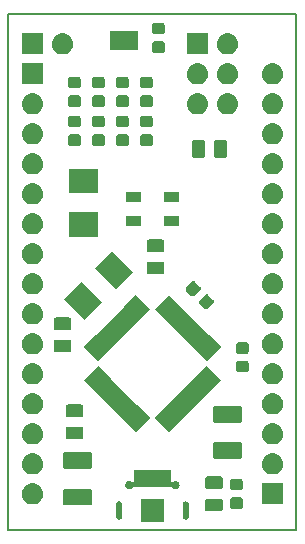
<source format=gbr>
%TF.GenerationSoftware,KiCad,Pcbnew,(5.0.2)-1*%
%TF.CreationDate,2020-12-10T22:03:50+01:00*%
%TF.ProjectId,canduino,63616e64-7569-46e6-9f2e-6b696361645f,rev?*%
%TF.SameCoordinates,Original*%
%TF.FileFunction,Soldermask,Top*%
%TF.FilePolarity,Negative*%
%FSLAX46Y46*%
G04 Gerber Fmt 4.6, Leading zero omitted, Abs format (unit mm)*
G04 Created by KiCad (PCBNEW (5.0.2)-1) date 10.12.2020 22:03:50*
%MOMM*%
%LPD*%
G01*
G04 APERTURE LIST*
%ADD10C,0.200000*%
%ADD11C,0.100000*%
G04 APERTURE END LIST*
D10*
X76708000Y-63500000D02*
X101092000Y-63500000D01*
X76708000Y-107188000D02*
X76708000Y-63500000D01*
X101092000Y-107188000D02*
X76708000Y-107188000D01*
X101092000Y-63500000D02*
X101092000Y-107188000D01*
D11*
G36*
X89901000Y-106546000D02*
X87899000Y-106546000D01*
X87899000Y-104544000D01*
X89901000Y-104544000D01*
X89901000Y-106546000D01*
X89901000Y-106546000D01*
G37*
G36*
X86129106Y-104772993D02*
X86181127Y-104788774D01*
X86181130Y-104788776D01*
X86181131Y-104788776D01*
X86229079Y-104814404D01*
X86244990Y-104827462D01*
X86271107Y-104848895D01*
X86292802Y-104875332D01*
X86305596Y-104890921D01*
X86331224Y-104938868D01*
X86331226Y-104938872D01*
X86347007Y-104990893D01*
X86351000Y-105031440D01*
X86351000Y-106058560D01*
X86347007Y-106099107D01*
X86331226Y-106151128D01*
X86331224Y-106151131D01*
X86331224Y-106151132D01*
X86305596Y-106199079D01*
X86292037Y-106215600D01*
X86271106Y-106241106D01*
X86245600Y-106262037D01*
X86229079Y-106275596D01*
X86181132Y-106301224D01*
X86181128Y-106301226D01*
X86129107Y-106317007D01*
X86075000Y-106322335D01*
X86020894Y-106317007D01*
X85968873Y-106301226D01*
X85968869Y-106301224D01*
X85920922Y-106275596D01*
X85904401Y-106262037D01*
X85878895Y-106241106D01*
X85857964Y-106215600D01*
X85844405Y-106199079D01*
X85818777Y-106151132D01*
X85818777Y-106151131D01*
X85818775Y-106151128D01*
X85802994Y-106099107D01*
X85799001Y-106058559D01*
X85799000Y-105031441D01*
X85802993Y-104990894D01*
X85818774Y-104938873D01*
X85827020Y-104923446D01*
X85844404Y-104890921D01*
X85857462Y-104875010D01*
X85878895Y-104848893D01*
X85905332Y-104827198D01*
X85920921Y-104814404D01*
X85968868Y-104788776D01*
X85968869Y-104788776D01*
X85968872Y-104788774D01*
X86020893Y-104772993D01*
X86075000Y-104767665D01*
X86129106Y-104772993D01*
X86129106Y-104772993D01*
G37*
G36*
X91779106Y-104772993D02*
X91831127Y-104788774D01*
X91831130Y-104788776D01*
X91831131Y-104788776D01*
X91879079Y-104814404D01*
X91894990Y-104827462D01*
X91921107Y-104848895D01*
X91942802Y-104875332D01*
X91955596Y-104890921D01*
X91981224Y-104938868D01*
X91981226Y-104938872D01*
X91997007Y-104990893D01*
X92001000Y-105031440D01*
X92001000Y-106058560D01*
X91997007Y-106099107D01*
X91981226Y-106151128D01*
X91981224Y-106151131D01*
X91981224Y-106151132D01*
X91955596Y-106199079D01*
X91942037Y-106215600D01*
X91921106Y-106241106D01*
X91895600Y-106262037D01*
X91879079Y-106275596D01*
X91831132Y-106301224D01*
X91831128Y-106301226D01*
X91779107Y-106317007D01*
X91725000Y-106322335D01*
X91670894Y-106317007D01*
X91618873Y-106301226D01*
X91618869Y-106301224D01*
X91570922Y-106275596D01*
X91554401Y-106262037D01*
X91528895Y-106241106D01*
X91507964Y-106215600D01*
X91494405Y-106199079D01*
X91468777Y-106151132D01*
X91468777Y-106151131D01*
X91468775Y-106151128D01*
X91452994Y-106099107D01*
X91449001Y-106058559D01*
X91449000Y-105031441D01*
X91452993Y-104990894D01*
X91468774Y-104938873D01*
X91477020Y-104923446D01*
X91494404Y-104890921D01*
X91507462Y-104875010D01*
X91528895Y-104848893D01*
X91555332Y-104827198D01*
X91570921Y-104814404D01*
X91618868Y-104788776D01*
X91618869Y-104788776D01*
X91618872Y-104788774D01*
X91670893Y-104772993D01*
X91725000Y-104767665D01*
X91779106Y-104772993D01*
X91779106Y-104772993D01*
G37*
G36*
X94691466Y-104543565D02*
X94730137Y-104555296D01*
X94765779Y-104574348D01*
X94797017Y-104599983D01*
X94822652Y-104631221D01*
X94841704Y-104666863D01*
X94853435Y-104705534D01*
X94858000Y-104751888D01*
X94858000Y-105403112D01*
X94853435Y-105449466D01*
X94841704Y-105488137D01*
X94822652Y-105523779D01*
X94797017Y-105555017D01*
X94765779Y-105580652D01*
X94730137Y-105599704D01*
X94691466Y-105611435D01*
X94645112Y-105616000D01*
X93568888Y-105616000D01*
X93522534Y-105611435D01*
X93483863Y-105599704D01*
X93448221Y-105580652D01*
X93416983Y-105555017D01*
X93391348Y-105523779D01*
X93372296Y-105488137D01*
X93360565Y-105449466D01*
X93356000Y-105403112D01*
X93356000Y-104751888D01*
X93360565Y-104705534D01*
X93372296Y-104666863D01*
X93391348Y-104631221D01*
X93416983Y-104599983D01*
X93448221Y-104574348D01*
X93483863Y-104555296D01*
X93522534Y-104543565D01*
X93568888Y-104539000D01*
X94645112Y-104539000D01*
X94691466Y-104543565D01*
X94691466Y-104543565D01*
G37*
G36*
X96391591Y-104443085D02*
X96425569Y-104453393D01*
X96456887Y-104470133D01*
X96484339Y-104492661D01*
X96506867Y-104520113D01*
X96523607Y-104551431D01*
X96533915Y-104585409D01*
X96538000Y-104626890D01*
X96538000Y-105228110D01*
X96533915Y-105269591D01*
X96523607Y-105303569D01*
X96506867Y-105334887D01*
X96484339Y-105362339D01*
X96456887Y-105384867D01*
X96425569Y-105401607D01*
X96391591Y-105411915D01*
X96350110Y-105416000D01*
X95673890Y-105416000D01*
X95632409Y-105411915D01*
X95598431Y-105401607D01*
X95567113Y-105384867D01*
X95539661Y-105362339D01*
X95517133Y-105334887D01*
X95500393Y-105303569D01*
X95490085Y-105269591D01*
X95486000Y-105228110D01*
X95486000Y-104626890D01*
X95490085Y-104585409D01*
X95500393Y-104551431D01*
X95517133Y-104520113D01*
X95539661Y-104492661D01*
X95567113Y-104470133D01*
X95598431Y-104453393D01*
X95632409Y-104443085D01*
X95673890Y-104439000D01*
X96350110Y-104439000D01*
X96391591Y-104443085D01*
X96391591Y-104443085D01*
G37*
G36*
X83621813Y-103698271D02*
X83657605Y-103709129D01*
X83690597Y-103726763D01*
X83719509Y-103750491D01*
X83743237Y-103779403D01*
X83760871Y-103812395D01*
X83771729Y-103848187D01*
X83776000Y-103891554D01*
X83776000Y-104923446D01*
X83771729Y-104966813D01*
X83760871Y-105002605D01*
X83743237Y-105035597D01*
X83719509Y-105064509D01*
X83690597Y-105088237D01*
X83657605Y-105105871D01*
X83621813Y-105116729D01*
X83578446Y-105121000D01*
X81521554Y-105121000D01*
X81478187Y-105116729D01*
X81442395Y-105105871D01*
X81409403Y-105088237D01*
X81380491Y-105064509D01*
X81356763Y-105035597D01*
X81339129Y-105002605D01*
X81328271Y-104966813D01*
X81324000Y-104923446D01*
X81324000Y-103891554D01*
X81328271Y-103848187D01*
X81339129Y-103812395D01*
X81356763Y-103779403D01*
X81380491Y-103750491D01*
X81409403Y-103726763D01*
X81442395Y-103709129D01*
X81478187Y-103698271D01*
X81521554Y-103694000D01*
X83578446Y-103694000D01*
X83621813Y-103698271D01*
X83621813Y-103698271D01*
G37*
G36*
X99961000Y-105041000D02*
X98159000Y-105041000D01*
X98159000Y-103239000D01*
X99961000Y-103239000D01*
X99961000Y-105041000D01*
X99961000Y-105041000D01*
G37*
G36*
X78850443Y-103245519D02*
X78916627Y-103252037D01*
X79029853Y-103286384D01*
X79086467Y-103303557D01*
X79192867Y-103360430D01*
X79242991Y-103387222D01*
X79278729Y-103416552D01*
X79380186Y-103499814D01*
X79459123Y-103596000D01*
X79492778Y-103637009D01*
X79492779Y-103637011D01*
X79576443Y-103793533D01*
X79590842Y-103841000D01*
X79627963Y-103963373D01*
X79645359Y-104140000D01*
X79627963Y-104316627D01*
X79593616Y-104429853D01*
X79576443Y-104486467D01*
X79506210Y-104617861D01*
X79492778Y-104642991D01*
X79463448Y-104678729D01*
X79380186Y-104780186D01*
X79292976Y-104851756D01*
X79242991Y-104892778D01*
X79242989Y-104892779D01*
X79086467Y-104976443D01*
X79038824Y-104990895D01*
X78916627Y-105027963D01*
X78850442Y-105034482D01*
X78784260Y-105041000D01*
X78695740Y-105041000D01*
X78629557Y-105034481D01*
X78563373Y-105027963D01*
X78441176Y-104990895D01*
X78393533Y-104976443D01*
X78237011Y-104892779D01*
X78237009Y-104892778D01*
X78187024Y-104851756D01*
X78099814Y-104780186D01*
X78016552Y-104678729D01*
X77987222Y-104642991D01*
X77973790Y-104617861D01*
X77903557Y-104486467D01*
X77886384Y-104429853D01*
X77852037Y-104316627D01*
X77834641Y-104140000D01*
X77852037Y-103963373D01*
X77889158Y-103841000D01*
X77903557Y-103793533D01*
X77987221Y-103637011D01*
X77987222Y-103637009D01*
X78020877Y-103596000D01*
X78099814Y-103499814D01*
X78201271Y-103416552D01*
X78237009Y-103387222D01*
X78287133Y-103360430D01*
X78393533Y-103303557D01*
X78450147Y-103286384D01*
X78563373Y-103252037D01*
X78629558Y-103245518D01*
X78695740Y-103239000D01*
X78784260Y-103239000D01*
X78850443Y-103245519D01*
X78850443Y-103245519D01*
G37*
G36*
X96391591Y-102868085D02*
X96425569Y-102878393D01*
X96456887Y-102895133D01*
X96484339Y-102917661D01*
X96506867Y-102945113D01*
X96523607Y-102976431D01*
X96533915Y-103010409D01*
X96538000Y-103051890D01*
X96538000Y-103653110D01*
X96533915Y-103694591D01*
X96523607Y-103728569D01*
X96506867Y-103759887D01*
X96484339Y-103787339D01*
X96456887Y-103809867D01*
X96425569Y-103826607D01*
X96391591Y-103836915D01*
X96350110Y-103841000D01*
X95673890Y-103841000D01*
X95632409Y-103836915D01*
X95598431Y-103826607D01*
X95567113Y-103809867D01*
X95539661Y-103787339D01*
X95517133Y-103759887D01*
X95500393Y-103728569D01*
X95490085Y-103694591D01*
X95486000Y-103653110D01*
X95486000Y-103051890D01*
X95490085Y-103010409D01*
X95500393Y-102976431D01*
X95517133Y-102945113D01*
X95539661Y-102917661D01*
X95567113Y-102895133D01*
X95598431Y-102878393D01*
X95632409Y-102868085D01*
X95673890Y-102864000D01*
X96350110Y-102864000D01*
X96391591Y-102868085D01*
X96391591Y-102868085D01*
G37*
G36*
X90451000Y-103005601D02*
X90453402Y-103029987D01*
X90460515Y-103053436D01*
X90472066Y-103075047D01*
X90487612Y-103093989D01*
X90506554Y-103109535D01*
X90528165Y-103121086D01*
X90551614Y-103128199D01*
X90576000Y-103130601D01*
X90600386Y-103128199D01*
X90623835Y-103121086D01*
X90645447Y-103109534D01*
X90683739Y-103083948D01*
X90747617Y-103057489D01*
X90815430Y-103044000D01*
X90884570Y-103044000D01*
X90952383Y-103057489D01*
X91016261Y-103083948D01*
X91073750Y-103122361D01*
X91122639Y-103171250D01*
X91161052Y-103228739D01*
X91187511Y-103292617D01*
X91201000Y-103360430D01*
X91201000Y-103429570D01*
X91187511Y-103497383D01*
X91161052Y-103561261D01*
X91122639Y-103618750D01*
X91073750Y-103667639D01*
X91016261Y-103706052D01*
X90952383Y-103732511D01*
X90884570Y-103746000D01*
X90815430Y-103746000D01*
X90747617Y-103732511D01*
X90683739Y-103706052D01*
X90626250Y-103667639D01*
X90591223Y-103632612D01*
X90572281Y-103617066D01*
X90550670Y-103605515D01*
X90527221Y-103598402D01*
X90502835Y-103596000D01*
X87297165Y-103596000D01*
X87272779Y-103598402D01*
X87249330Y-103605515D01*
X87227719Y-103617066D01*
X87208777Y-103632612D01*
X87173750Y-103667639D01*
X87116261Y-103706052D01*
X87052383Y-103732511D01*
X86984570Y-103746000D01*
X86915430Y-103746000D01*
X86847617Y-103732511D01*
X86783739Y-103706052D01*
X86726250Y-103667639D01*
X86677361Y-103618750D01*
X86638948Y-103561261D01*
X86612489Y-103497383D01*
X86599000Y-103429570D01*
X86599000Y-103360430D01*
X86612489Y-103292617D01*
X86638948Y-103228739D01*
X86677361Y-103171250D01*
X86726250Y-103122361D01*
X86783739Y-103083948D01*
X86847617Y-103057489D01*
X86915430Y-103044000D01*
X86984570Y-103044000D01*
X87052383Y-103057489D01*
X87116261Y-103083948D01*
X87154553Y-103109534D01*
X87176164Y-103121086D01*
X87199613Y-103128199D01*
X87223999Y-103130601D01*
X87248386Y-103128199D01*
X87271835Y-103121086D01*
X87293446Y-103109535D01*
X87312388Y-103093990D01*
X87327933Y-103075048D01*
X87339485Y-103053437D01*
X87346598Y-103029988D01*
X87349000Y-103005601D01*
X87349000Y-102144000D01*
X90451000Y-102144000D01*
X90451000Y-103005601D01*
X90451000Y-103005601D01*
G37*
G36*
X94691466Y-102668565D02*
X94730137Y-102680296D01*
X94765779Y-102699348D01*
X94797017Y-102724983D01*
X94822652Y-102756221D01*
X94841704Y-102791863D01*
X94853435Y-102830534D01*
X94858000Y-102876888D01*
X94858000Y-103528112D01*
X94853435Y-103574466D01*
X94841704Y-103613137D01*
X94822652Y-103648779D01*
X94797017Y-103680017D01*
X94765779Y-103705652D01*
X94730137Y-103724704D01*
X94691466Y-103736435D01*
X94645112Y-103741000D01*
X93568888Y-103741000D01*
X93522534Y-103736435D01*
X93483863Y-103724704D01*
X93448221Y-103705652D01*
X93416983Y-103680017D01*
X93391348Y-103648779D01*
X93372296Y-103613137D01*
X93360565Y-103574466D01*
X93356000Y-103528112D01*
X93356000Y-102876888D01*
X93360565Y-102830534D01*
X93372296Y-102791863D01*
X93391348Y-102756221D01*
X93416983Y-102724983D01*
X93448221Y-102699348D01*
X93483863Y-102680296D01*
X93522534Y-102668565D01*
X93568888Y-102664000D01*
X94645112Y-102664000D01*
X94691466Y-102668565D01*
X94691466Y-102668565D01*
G37*
G36*
X99170443Y-100705519D02*
X99236627Y-100712037D01*
X99320221Y-100737395D01*
X99406467Y-100763557D01*
X99446974Y-100785209D01*
X99562991Y-100847222D01*
X99598729Y-100876552D01*
X99700186Y-100959814D01*
X99783448Y-101061271D01*
X99812778Y-101097009D01*
X99812779Y-101097011D01*
X99896443Y-101253533D01*
X99896443Y-101253534D01*
X99947963Y-101423373D01*
X99965359Y-101600000D01*
X99947963Y-101776627D01*
X99931990Y-101829283D01*
X99896443Y-101946467D01*
X99843241Y-102046000D01*
X99812778Y-102102991D01*
X99783448Y-102138729D01*
X99700186Y-102240186D01*
X99598729Y-102323448D01*
X99562991Y-102352778D01*
X99562989Y-102352779D01*
X99406467Y-102436443D01*
X99349853Y-102453616D01*
X99236627Y-102487963D01*
X99170442Y-102494482D01*
X99104260Y-102501000D01*
X99015740Y-102501000D01*
X98949558Y-102494482D01*
X98883373Y-102487963D01*
X98770147Y-102453616D01*
X98713533Y-102436443D01*
X98557011Y-102352779D01*
X98557009Y-102352778D01*
X98521271Y-102323448D01*
X98419814Y-102240186D01*
X98336552Y-102138729D01*
X98307222Y-102102991D01*
X98276759Y-102046000D01*
X98223557Y-101946467D01*
X98188010Y-101829283D01*
X98172037Y-101776627D01*
X98154641Y-101600000D01*
X98172037Y-101423373D01*
X98223557Y-101253534D01*
X98223557Y-101253533D01*
X98307221Y-101097011D01*
X98307222Y-101097009D01*
X98336552Y-101061271D01*
X98419814Y-100959814D01*
X98521271Y-100876552D01*
X98557009Y-100847222D01*
X98673026Y-100785209D01*
X98713533Y-100763557D01*
X98799779Y-100737395D01*
X98883373Y-100712037D01*
X98949557Y-100705519D01*
X99015740Y-100699000D01*
X99104260Y-100699000D01*
X99170443Y-100705519D01*
X99170443Y-100705519D01*
G37*
G36*
X78850443Y-100705519D02*
X78916627Y-100712037D01*
X79000221Y-100737395D01*
X79086467Y-100763557D01*
X79126974Y-100785209D01*
X79242991Y-100847222D01*
X79278729Y-100876552D01*
X79380186Y-100959814D01*
X79463448Y-101061271D01*
X79492778Y-101097009D01*
X79492779Y-101097011D01*
X79576443Y-101253533D01*
X79576443Y-101253534D01*
X79627963Y-101423373D01*
X79645359Y-101600000D01*
X79627963Y-101776627D01*
X79611990Y-101829283D01*
X79576443Y-101946467D01*
X79523241Y-102046000D01*
X79492778Y-102102991D01*
X79463448Y-102138729D01*
X79380186Y-102240186D01*
X79278729Y-102323448D01*
X79242991Y-102352778D01*
X79242989Y-102352779D01*
X79086467Y-102436443D01*
X79029853Y-102453616D01*
X78916627Y-102487963D01*
X78850442Y-102494482D01*
X78784260Y-102501000D01*
X78695740Y-102501000D01*
X78629558Y-102494482D01*
X78563373Y-102487963D01*
X78450147Y-102453616D01*
X78393533Y-102436443D01*
X78237011Y-102352779D01*
X78237009Y-102352778D01*
X78201271Y-102323448D01*
X78099814Y-102240186D01*
X78016552Y-102138729D01*
X77987222Y-102102991D01*
X77956759Y-102046000D01*
X77903557Y-101946467D01*
X77868010Y-101829283D01*
X77852037Y-101776627D01*
X77834641Y-101600000D01*
X77852037Y-101423373D01*
X77903557Y-101253534D01*
X77903557Y-101253533D01*
X77987221Y-101097011D01*
X77987222Y-101097009D01*
X78016552Y-101061271D01*
X78099814Y-100959814D01*
X78201271Y-100876552D01*
X78237009Y-100847222D01*
X78353026Y-100785209D01*
X78393533Y-100763557D01*
X78479779Y-100737395D01*
X78563373Y-100712037D01*
X78629557Y-100705519D01*
X78695740Y-100699000D01*
X78784260Y-100699000D01*
X78850443Y-100705519D01*
X78850443Y-100705519D01*
G37*
G36*
X83621813Y-100623271D02*
X83657605Y-100634129D01*
X83690597Y-100651763D01*
X83719509Y-100675491D01*
X83743237Y-100704403D01*
X83760871Y-100737395D01*
X83771729Y-100773187D01*
X83776000Y-100816554D01*
X83776000Y-101848446D01*
X83771729Y-101891813D01*
X83760871Y-101927605D01*
X83743237Y-101960597D01*
X83719509Y-101989509D01*
X83690597Y-102013237D01*
X83657605Y-102030871D01*
X83621813Y-102041729D01*
X83578446Y-102046000D01*
X81521554Y-102046000D01*
X81478187Y-102041729D01*
X81442395Y-102030871D01*
X81409403Y-102013237D01*
X81380491Y-101989509D01*
X81356763Y-101960597D01*
X81339129Y-101927605D01*
X81328271Y-101891813D01*
X81324000Y-101848446D01*
X81324000Y-100816554D01*
X81328271Y-100773187D01*
X81339129Y-100737395D01*
X81356763Y-100704403D01*
X81380491Y-100675491D01*
X81409403Y-100651763D01*
X81442395Y-100634129D01*
X81478187Y-100623271D01*
X81521554Y-100619000D01*
X83578446Y-100619000D01*
X83621813Y-100623271D01*
X83621813Y-100623271D01*
G37*
G36*
X96321813Y-99761271D02*
X96357605Y-99772129D01*
X96390597Y-99789763D01*
X96419509Y-99813491D01*
X96443237Y-99842403D01*
X96460871Y-99875395D01*
X96471729Y-99911187D01*
X96476000Y-99954554D01*
X96476000Y-100986446D01*
X96471729Y-101029813D01*
X96460871Y-101065605D01*
X96443237Y-101098597D01*
X96419509Y-101127509D01*
X96390597Y-101151237D01*
X96357605Y-101168871D01*
X96321813Y-101179729D01*
X96278446Y-101184000D01*
X94221554Y-101184000D01*
X94178187Y-101179729D01*
X94142395Y-101168871D01*
X94109403Y-101151237D01*
X94080491Y-101127509D01*
X94056763Y-101098597D01*
X94039129Y-101065605D01*
X94028271Y-101029813D01*
X94024000Y-100986446D01*
X94024000Y-99954554D01*
X94028271Y-99911187D01*
X94039129Y-99875395D01*
X94056763Y-99842403D01*
X94080491Y-99813491D01*
X94109403Y-99789763D01*
X94142395Y-99772129D01*
X94178187Y-99761271D01*
X94221554Y-99757000D01*
X96278446Y-99757000D01*
X96321813Y-99761271D01*
X96321813Y-99761271D01*
G37*
G36*
X99170443Y-98165519D02*
X99236627Y-98172037D01*
X99349853Y-98206384D01*
X99406467Y-98223557D01*
X99545087Y-98297652D01*
X99562991Y-98307222D01*
X99598729Y-98336552D01*
X99700186Y-98419814D01*
X99783448Y-98521271D01*
X99812778Y-98557009D01*
X99812779Y-98557011D01*
X99896443Y-98713533D01*
X99896443Y-98713534D01*
X99947963Y-98883373D01*
X99965359Y-99060000D01*
X99947963Y-99236627D01*
X99913616Y-99349853D01*
X99896443Y-99406467D01*
X99835757Y-99520000D01*
X99812778Y-99562991D01*
X99783448Y-99598729D01*
X99700186Y-99700186D01*
X99612522Y-99772129D01*
X99562991Y-99812778D01*
X99562989Y-99812779D01*
X99406467Y-99896443D01*
X99349853Y-99913616D01*
X99236627Y-99947963D01*
X99170443Y-99954481D01*
X99104260Y-99961000D01*
X99015740Y-99961000D01*
X98949557Y-99954481D01*
X98883373Y-99947963D01*
X98770147Y-99913616D01*
X98713533Y-99896443D01*
X98557011Y-99812779D01*
X98557009Y-99812778D01*
X98507478Y-99772129D01*
X98419814Y-99700186D01*
X98336552Y-99598729D01*
X98307222Y-99562991D01*
X98284243Y-99520000D01*
X98223557Y-99406467D01*
X98206384Y-99349853D01*
X98172037Y-99236627D01*
X98154641Y-99060000D01*
X98172037Y-98883373D01*
X98223557Y-98713534D01*
X98223557Y-98713533D01*
X98307221Y-98557011D01*
X98307222Y-98557009D01*
X98336552Y-98521271D01*
X98419814Y-98419814D01*
X98521271Y-98336552D01*
X98557009Y-98307222D01*
X98574913Y-98297652D01*
X98713533Y-98223557D01*
X98770147Y-98206384D01*
X98883373Y-98172037D01*
X98949557Y-98165519D01*
X99015740Y-98159000D01*
X99104260Y-98159000D01*
X99170443Y-98165519D01*
X99170443Y-98165519D01*
G37*
G36*
X78850443Y-98165519D02*
X78916627Y-98172037D01*
X79029853Y-98206384D01*
X79086467Y-98223557D01*
X79225087Y-98297652D01*
X79242991Y-98307222D01*
X79278729Y-98336552D01*
X79380186Y-98419814D01*
X79463448Y-98521271D01*
X79492778Y-98557009D01*
X79492779Y-98557011D01*
X79576443Y-98713533D01*
X79576443Y-98713534D01*
X79627963Y-98883373D01*
X79645359Y-99060000D01*
X79627963Y-99236627D01*
X79593616Y-99349853D01*
X79576443Y-99406467D01*
X79515757Y-99520000D01*
X79492778Y-99562991D01*
X79463448Y-99598729D01*
X79380186Y-99700186D01*
X79292522Y-99772129D01*
X79242991Y-99812778D01*
X79242989Y-99812779D01*
X79086467Y-99896443D01*
X79029853Y-99913616D01*
X78916627Y-99947963D01*
X78850443Y-99954481D01*
X78784260Y-99961000D01*
X78695740Y-99961000D01*
X78629557Y-99954481D01*
X78563373Y-99947963D01*
X78450147Y-99913616D01*
X78393533Y-99896443D01*
X78237011Y-99812779D01*
X78237009Y-99812778D01*
X78187478Y-99772129D01*
X78099814Y-99700186D01*
X78016552Y-99598729D01*
X77987222Y-99562991D01*
X77964243Y-99520000D01*
X77903557Y-99406467D01*
X77886384Y-99349853D01*
X77852037Y-99236627D01*
X77834641Y-99060000D01*
X77852037Y-98883373D01*
X77903557Y-98713534D01*
X77903557Y-98713533D01*
X77987221Y-98557011D01*
X77987222Y-98557009D01*
X78016552Y-98521271D01*
X78099814Y-98419814D01*
X78201271Y-98336552D01*
X78237009Y-98307222D01*
X78254913Y-98297652D01*
X78393533Y-98223557D01*
X78450147Y-98206384D01*
X78563373Y-98172037D01*
X78629557Y-98165519D01*
X78695740Y-98159000D01*
X78784260Y-98159000D01*
X78850443Y-98165519D01*
X78850443Y-98165519D01*
G37*
G36*
X82880466Y-98447565D02*
X82919137Y-98459296D01*
X82954779Y-98478348D01*
X82986017Y-98503983D01*
X83011652Y-98535221D01*
X83030704Y-98570863D01*
X83042435Y-98609534D01*
X83047000Y-98655888D01*
X83047000Y-99307112D01*
X83042435Y-99353466D01*
X83030704Y-99392137D01*
X83011652Y-99427779D01*
X82986017Y-99459017D01*
X82954779Y-99484652D01*
X82919137Y-99503704D01*
X82880466Y-99515435D01*
X82834112Y-99520000D01*
X81757888Y-99520000D01*
X81711534Y-99515435D01*
X81672863Y-99503704D01*
X81637221Y-99484652D01*
X81605983Y-99459017D01*
X81580348Y-99427779D01*
X81561296Y-99392137D01*
X81549565Y-99353466D01*
X81545000Y-99307112D01*
X81545000Y-98655888D01*
X81549565Y-98609534D01*
X81561296Y-98570863D01*
X81580348Y-98535221D01*
X81605983Y-98503983D01*
X81637221Y-98478348D01*
X81672863Y-98459296D01*
X81711534Y-98447565D01*
X81757888Y-98443000D01*
X82834112Y-98443000D01*
X82880466Y-98447565D01*
X82880466Y-98447565D01*
G37*
G36*
X84763426Y-93761338D02*
X84763432Y-93761343D01*
X85401231Y-94399142D01*
X85401236Y-94399148D01*
X87591853Y-96589765D01*
X87591859Y-96589770D01*
X88229658Y-97227569D01*
X88229663Y-97227575D01*
X88706960Y-97704872D01*
X87503464Y-98908368D01*
X86954048Y-98358952D01*
X86954043Y-98358946D01*
X86460482Y-97865385D01*
X86460476Y-97865380D01*
X84125621Y-95530525D01*
X84125616Y-95530519D01*
X83632055Y-95036958D01*
X83632049Y-95036953D01*
X83082632Y-94487536D01*
X84286128Y-93284040D01*
X84763426Y-93761338D01*
X84763426Y-93761338D01*
G37*
G36*
X94717368Y-94487536D02*
X90296536Y-98908368D01*
X89093040Y-97704872D01*
X89554074Y-97243838D01*
X89570338Y-97227575D01*
X89570347Y-97227564D01*
X90208137Y-96589774D01*
X90208148Y-96589765D01*
X90224411Y-96573501D01*
X92382501Y-94415411D01*
X92398765Y-94399148D01*
X92398774Y-94399137D01*
X93036564Y-93761347D01*
X93036575Y-93761338D01*
X93052838Y-93745074D01*
X93513872Y-93284040D01*
X94717368Y-94487536D01*
X94717368Y-94487536D01*
G37*
G36*
X96321813Y-96686271D02*
X96357605Y-96697129D01*
X96390597Y-96714763D01*
X96419509Y-96738491D01*
X96443237Y-96767403D01*
X96460871Y-96800395D01*
X96471729Y-96836187D01*
X96476000Y-96879554D01*
X96476000Y-97911446D01*
X96471729Y-97954813D01*
X96460871Y-97990605D01*
X96443237Y-98023597D01*
X96419509Y-98052509D01*
X96390597Y-98076237D01*
X96357605Y-98093871D01*
X96321813Y-98104729D01*
X96278446Y-98109000D01*
X94221554Y-98109000D01*
X94178187Y-98104729D01*
X94142395Y-98093871D01*
X94109403Y-98076237D01*
X94080491Y-98052509D01*
X94056763Y-98023597D01*
X94039129Y-97990605D01*
X94028271Y-97954813D01*
X94024000Y-97911446D01*
X94024000Y-96879554D01*
X94028271Y-96836187D01*
X94039129Y-96800395D01*
X94056763Y-96767403D01*
X94080491Y-96738491D01*
X94109403Y-96714763D01*
X94142395Y-96697129D01*
X94178187Y-96686271D01*
X94221554Y-96682000D01*
X96278446Y-96682000D01*
X96321813Y-96686271D01*
X96321813Y-96686271D01*
G37*
G36*
X82880466Y-96572565D02*
X82919137Y-96584296D01*
X82954779Y-96603348D01*
X82986017Y-96628983D01*
X83011652Y-96660221D01*
X83030704Y-96695863D01*
X83042435Y-96734534D01*
X83047000Y-96780888D01*
X83047000Y-97432112D01*
X83042435Y-97478466D01*
X83030704Y-97517137D01*
X83011652Y-97552779D01*
X82986017Y-97584017D01*
X82954779Y-97609652D01*
X82919137Y-97628704D01*
X82880466Y-97640435D01*
X82834112Y-97645000D01*
X81757888Y-97645000D01*
X81711534Y-97640435D01*
X81672863Y-97628704D01*
X81637221Y-97609652D01*
X81605983Y-97584017D01*
X81580348Y-97552779D01*
X81561296Y-97517137D01*
X81549565Y-97478466D01*
X81545000Y-97432112D01*
X81545000Y-96780888D01*
X81549565Y-96734534D01*
X81561296Y-96695863D01*
X81580348Y-96660221D01*
X81605983Y-96628983D01*
X81637221Y-96603348D01*
X81672863Y-96584296D01*
X81711534Y-96572565D01*
X81757888Y-96568000D01*
X82834112Y-96568000D01*
X82880466Y-96572565D01*
X82880466Y-96572565D01*
G37*
G36*
X99170442Y-95625518D02*
X99236627Y-95632037D01*
X99349853Y-95666384D01*
X99406467Y-95683557D01*
X99545087Y-95757652D01*
X99562991Y-95767222D01*
X99598729Y-95796552D01*
X99700186Y-95879814D01*
X99783448Y-95981271D01*
X99812778Y-96017009D01*
X99812779Y-96017011D01*
X99896443Y-96173533D01*
X99913616Y-96230147D01*
X99947963Y-96343373D01*
X99965359Y-96520000D01*
X99947963Y-96696627D01*
X99931688Y-96750278D01*
X99896443Y-96866467D01*
X99851128Y-96951244D01*
X99812778Y-97022991D01*
X99783448Y-97058729D01*
X99700186Y-97160186D01*
X99618084Y-97227564D01*
X99562991Y-97272778D01*
X99562989Y-97272779D01*
X99406467Y-97356443D01*
X99349853Y-97373616D01*
X99236627Y-97407963D01*
X99170442Y-97414482D01*
X99104260Y-97421000D01*
X99015740Y-97421000D01*
X98949558Y-97414482D01*
X98883373Y-97407963D01*
X98770147Y-97373616D01*
X98713533Y-97356443D01*
X98557011Y-97272779D01*
X98557009Y-97272778D01*
X98501916Y-97227564D01*
X98419814Y-97160186D01*
X98336552Y-97058729D01*
X98307222Y-97022991D01*
X98268872Y-96951244D01*
X98223557Y-96866467D01*
X98188312Y-96750278D01*
X98172037Y-96696627D01*
X98154641Y-96520000D01*
X98172037Y-96343373D01*
X98206384Y-96230147D01*
X98223557Y-96173533D01*
X98307221Y-96017011D01*
X98307222Y-96017009D01*
X98336552Y-95981271D01*
X98419814Y-95879814D01*
X98521271Y-95796552D01*
X98557009Y-95767222D01*
X98574913Y-95757652D01*
X98713533Y-95683557D01*
X98770147Y-95666384D01*
X98883373Y-95632037D01*
X98949558Y-95625518D01*
X99015740Y-95619000D01*
X99104260Y-95619000D01*
X99170442Y-95625518D01*
X99170442Y-95625518D01*
G37*
G36*
X78850442Y-95625518D02*
X78916627Y-95632037D01*
X79029853Y-95666384D01*
X79086467Y-95683557D01*
X79225087Y-95757652D01*
X79242991Y-95767222D01*
X79278729Y-95796552D01*
X79380186Y-95879814D01*
X79463448Y-95981271D01*
X79492778Y-96017009D01*
X79492779Y-96017011D01*
X79576443Y-96173533D01*
X79593616Y-96230147D01*
X79627963Y-96343373D01*
X79645359Y-96520000D01*
X79627963Y-96696627D01*
X79611688Y-96750278D01*
X79576443Y-96866467D01*
X79531128Y-96951244D01*
X79492778Y-97022991D01*
X79463448Y-97058729D01*
X79380186Y-97160186D01*
X79298084Y-97227564D01*
X79242991Y-97272778D01*
X79242989Y-97272779D01*
X79086467Y-97356443D01*
X79029853Y-97373616D01*
X78916627Y-97407963D01*
X78850442Y-97414482D01*
X78784260Y-97421000D01*
X78695740Y-97421000D01*
X78629558Y-97414482D01*
X78563373Y-97407963D01*
X78450147Y-97373616D01*
X78393533Y-97356443D01*
X78237011Y-97272779D01*
X78237009Y-97272778D01*
X78181916Y-97227564D01*
X78099814Y-97160186D01*
X78016552Y-97058729D01*
X77987222Y-97022991D01*
X77948872Y-96951244D01*
X77903557Y-96866467D01*
X77868312Y-96750278D01*
X77852037Y-96696627D01*
X77834641Y-96520000D01*
X77852037Y-96343373D01*
X77886384Y-96230147D01*
X77903557Y-96173533D01*
X77987221Y-96017011D01*
X77987222Y-96017009D01*
X78016552Y-95981271D01*
X78099814Y-95879814D01*
X78201271Y-95796552D01*
X78237009Y-95767222D01*
X78254913Y-95757652D01*
X78393533Y-95683557D01*
X78450147Y-95666384D01*
X78563373Y-95632037D01*
X78629558Y-95625518D01*
X78695740Y-95619000D01*
X78784260Y-95619000D01*
X78850442Y-95625518D01*
X78850442Y-95625518D01*
G37*
G36*
X78850443Y-93085519D02*
X78916627Y-93092037D01*
X79029412Y-93126250D01*
X79086467Y-93143557D01*
X79225087Y-93217652D01*
X79242991Y-93227222D01*
X79278729Y-93256552D01*
X79380186Y-93339814D01*
X79463448Y-93441271D01*
X79492778Y-93477009D01*
X79492779Y-93477011D01*
X79576443Y-93633533D01*
X79576443Y-93633534D01*
X79627963Y-93803373D01*
X79645359Y-93980000D01*
X79627963Y-94156627D01*
X79593616Y-94269853D01*
X79576443Y-94326467D01*
X79528901Y-94415411D01*
X79492778Y-94482991D01*
X79463448Y-94518729D01*
X79380186Y-94620186D01*
X79278729Y-94703448D01*
X79242991Y-94732778D01*
X79242989Y-94732779D01*
X79086467Y-94816443D01*
X79029853Y-94833616D01*
X78916627Y-94867963D01*
X78850443Y-94874481D01*
X78784260Y-94881000D01*
X78695740Y-94881000D01*
X78629557Y-94874481D01*
X78563373Y-94867963D01*
X78450147Y-94833616D01*
X78393533Y-94816443D01*
X78237011Y-94732779D01*
X78237009Y-94732778D01*
X78201271Y-94703448D01*
X78099814Y-94620186D01*
X78016552Y-94518729D01*
X77987222Y-94482991D01*
X77951099Y-94415411D01*
X77903557Y-94326467D01*
X77886384Y-94269853D01*
X77852037Y-94156627D01*
X77834641Y-93980000D01*
X77852037Y-93803373D01*
X77903557Y-93633534D01*
X77903557Y-93633533D01*
X77987221Y-93477011D01*
X77987222Y-93477009D01*
X78016552Y-93441271D01*
X78099814Y-93339814D01*
X78201271Y-93256552D01*
X78237009Y-93227222D01*
X78254913Y-93217652D01*
X78393533Y-93143557D01*
X78450588Y-93126250D01*
X78563373Y-93092037D01*
X78629557Y-93085519D01*
X78695740Y-93079000D01*
X78784260Y-93079000D01*
X78850443Y-93085519D01*
X78850443Y-93085519D01*
G37*
G36*
X99170443Y-93085519D02*
X99236627Y-93092037D01*
X99349412Y-93126250D01*
X99406467Y-93143557D01*
X99545087Y-93217652D01*
X99562991Y-93227222D01*
X99598729Y-93256552D01*
X99700186Y-93339814D01*
X99783448Y-93441271D01*
X99812778Y-93477009D01*
X99812779Y-93477011D01*
X99896443Y-93633533D01*
X99896443Y-93633534D01*
X99947963Y-93803373D01*
X99965359Y-93980000D01*
X99947963Y-94156627D01*
X99913616Y-94269853D01*
X99896443Y-94326467D01*
X99848901Y-94415411D01*
X99812778Y-94482991D01*
X99783448Y-94518729D01*
X99700186Y-94620186D01*
X99598729Y-94703448D01*
X99562991Y-94732778D01*
X99562989Y-94732779D01*
X99406467Y-94816443D01*
X99349853Y-94833616D01*
X99236627Y-94867963D01*
X99170443Y-94874481D01*
X99104260Y-94881000D01*
X99015740Y-94881000D01*
X98949557Y-94874481D01*
X98883373Y-94867963D01*
X98770147Y-94833616D01*
X98713533Y-94816443D01*
X98557011Y-94732779D01*
X98557009Y-94732778D01*
X98521271Y-94703448D01*
X98419814Y-94620186D01*
X98336552Y-94518729D01*
X98307222Y-94482991D01*
X98271099Y-94415411D01*
X98223557Y-94326467D01*
X98206384Y-94269853D01*
X98172037Y-94156627D01*
X98154641Y-93980000D01*
X98172037Y-93803373D01*
X98223557Y-93633534D01*
X98223557Y-93633533D01*
X98307221Y-93477011D01*
X98307222Y-93477009D01*
X98336552Y-93441271D01*
X98419814Y-93339814D01*
X98521271Y-93256552D01*
X98557009Y-93227222D01*
X98574913Y-93217652D01*
X98713533Y-93143557D01*
X98770588Y-93126250D01*
X98883373Y-93092037D01*
X98949557Y-93085519D01*
X99015740Y-93079000D01*
X99104260Y-93079000D01*
X99170443Y-93085519D01*
X99170443Y-93085519D01*
G37*
G36*
X96899591Y-92886085D02*
X96933569Y-92896393D01*
X96964887Y-92913133D01*
X96992339Y-92935661D01*
X97014867Y-92963113D01*
X97031607Y-92994431D01*
X97041915Y-93028409D01*
X97046000Y-93069890D01*
X97046000Y-93671110D01*
X97041915Y-93712591D01*
X97031607Y-93746569D01*
X97014867Y-93777887D01*
X96992339Y-93805339D01*
X96964887Y-93827867D01*
X96933569Y-93844607D01*
X96899591Y-93854915D01*
X96858110Y-93859000D01*
X96181890Y-93859000D01*
X96140409Y-93854915D01*
X96106431Y-93844607D01*
X96075113Y-93827867D01*
X96047661Y-93805339D01*
X96025133Y-93777887D01*
X96008393Y-93746569D01*
X95998085Y-93712591D01*
X95994000Y-93671110D01*
X95994000Y-93069890D01*
X95998085Y-93028409D01*
X96008393Y-92994431D01*
X96025133Y-92963113D01*
X96047661Y-92935661D01*
X96075113Y-92913133D01*
X96106431Y-92896393D01*
X96140409Y-92886085D01*
X96181890Y-92882000D01*
X96858110Y-92882000D01*
X96899591Y-92886085D01*
X96899591Y-92886085D01*
G37*
G36*
X88706960Y-88477128D02*
X88229663Y-88954426D01*
X87591853Y-89592236D01*
X87026167Y-90157921D01*
X85894796Y-91289292D01*
X85401236Y-91782853D01*
X84763426Y-92420663D01*
X84286128Y-92897960D01*
X83082632Y-91694464D01*
X83632044Y-91145052D01*
X83632055Y-91145043D01*
X83648319Y-91128780D01*
X83648318Y-91128779D01*
X84109352Y-90667745D01*
X84109353Y-90667746D01*
X84125616Y-90651482D01*
X84125625Y-90651471D01*
X86460471Y-88316625D01*
X86460482Y-88316616D01*
X86476746Y-88300353D01*
X86476745Y-88300352D01*
X86937779Y-87839318D01*
X86937780Y-87839319D01*
X86954043Y-87823055D01*
X86954052Y-87823044D01*
X87503464Y-87273632D01*
X88706960Y-88477128D01*
X88706960Y-88477128D01*
G37*
G36*
X90845953Y-87823049D02*
X90845958Y-87823055D01*
X91339519Y-88316616D01*
X91339525Y-88316621D01*
X93674380Y-90651476D01*
X93674385Y-90651482D01*
X94167946Y-91145043D01*
X94167952Y-91145048D01*
X94717368Y-91694464D01*
X93513872Y-92897960D01*
X93036575Y-92420663D01*
X93036569Y-92420658D01*
X92398770Y-91782859D01*
X92398765Y-91782853D01*
X90208148Y-89592236D01*
X90208142Y-89592231D01*
X89570343Y-88954432D01*
X89570338Y-88954426D01*
X89093040Y-88477128D01*
X90296536Y-87273632D01*
X90845953Y-87823049D01*
X90845953Y-87823049D01*
G37*
G36*
X78850443Y-90545519D02*
X78916627Y-90552037D01*
X79029853Y-90586384D01*
X79086467Y-90603557D01*
X79225087Y-90677652D01*
X79242991Y-90687222D01*
X79278729Y-90716552D01*
X79380186Y-90799814D01*
X79463448Y-90901271D01*
X79492778Y-90937009D01*
X79492779Y-90937011D01*
X79576443Y-91093533D01*
X79589926Y-91137983D01*
X79627963Y-91263373D01*
X79645359Y-91440000D01*
X79627963Y-91616627D01*
X79604351Y-91694464D01*
X79576443Y-91786467D01*
X79523909Y-91884750D01*
X79492778Y-91942991D01*
X79463448Y-91978729D01*
X79380186Y-92080186D01*
X79290242Y-92154000D01*
X79242991Y-92192778D01*
X79242989Y-92192779D01*
X79086467Y-92276443D01*
X79061554Y-92284000D01*
X78916627Y-92327963D01*
X78850443Y-92334481D01*
X78784260Y-92341000D01*
X78695740Y-92341000D01*
X78629557Y-92334481D01*
X78563373Y-92327963D01*
X78418446Y-92284000D01*
X78393533Y-92276443D01*
X78237011Y-92192779D01*
X78237009Y-92192778D01*
X78189758Y-92154000D01*
X78099814Y-92080186D01*
X78016552Y-91978729D01*
X77987222Y-91942991D01*
X77956091Y-91884750D01*
X77903557Y-91786467D01*
X77875649Y-91694464D01*
X77852037Y-91616627D01*
X77834641Y-91440000D01*
X77852037Y-91263373D01*
X77890074Y-91137983D01*
X77903557Y-91093533D01*
X77987221Y-90937011D01*
X77987222Y-90937009D01*
X78016552Y-90901271D01*
X78099814Y-90799814D01*
X78201271Y-90716552D01*
X78237009Y-90687222D01*
X78254913Y-90677652D01*
X78393533Y-90603557D01*
X78450147Y-90586384D01*
X78563373Y-90552037D01*
X78629557Y-90545519D01*
X78695740Y-90539000D01*
X78784260Y-90539000D01*
X78850443Y-90545519D01*
X78850443Y-90545519D01*
G37*
G36*
X99170443Y-90545519D02*
X99236627Y-90552037D01*
X99349853Y-90586384D01*
X99406467Y-90603557D01*
X99545087Y-90677652D01*
X99562991Y-90687222D01*
X99598729Y-90716552D01*
X99700186Y-90799814D01*
X99783448Y-90901271D01*
X99812778Y-90937009D01*
X99812779Y-90937011D01*
X99896443Y-91093533D01*
X99909926Y-91137983D01*
X99947963Y-91263373D01*
X99965359Y-91440000D01*
X99947963Y-91616627D01*
X99924351Y-91694464D01*
X99896443Y-91786467D01*
X99843909Y-91884750D01*
X99812778Y-91942991D01*
X99783448Y-91978729D01*
X99700186Y-92080186D01*
X99610242Y-92154000D01*
X99562991Y-92192778D01*
X99562989Y-92192779D01*
X99406467Y-92276443D01*
X99381554Y-92284000D01*
X99236627Y-92327963D01*
X99170443Y-92334481D01*
X99104260Y-92341000D01*
X99015740Y-92341000D01*
X98949557Y-92334481D01*
X98883373Y-92327963D01*
X98738446Y-92284000D01*
X98713533Y-92276443D01*
X98557011Y-92192779D01*
X98557009Y-92192778D01*
X98509758Y-92154000D01*
X98419814Y-92080186D01*
X98336552Y-91978729D01*
X98307222Y-91942991D01*
X98276091Y-91884750D01*
X98223557Y-91786467D01*
X98195649Y-91694464D01*
X98172037Y-91616627D01*
X98154641Y-91440000D01*
X98172037Y-91263373D01*
X98210074Y-91137983D01*
X98223557Y-91093533D01*
X98307221Y-90937011D01*
X98307222Y-90937009D01*
X98336552Y-90901271D01*
X98419814Y-90799814D01*
X98521271Y-90716552D01*
X98557009Y-90687222D01*
X98574913Y-90677652D01*
X98713533Y-90603557D01*
X98770147Y-90586384D01*
X98883373Y-90552037D01*
X98949557Y-90545519D01*
X99015740Y-90539000D01*
X99104260Y-90539000D01*
X99170443Y-90545519D01*
X99170443Y-90545519D01*
G37*
G36*
X96899591Y-91311085D02*
X96933569Y-91321393D01*
X96964887Y-91338133D01*
X96992339Y-91360661D01*
X97014867Y-91388113D01*
X97031607Y-91419431D01*
X97041915Y-91453409D01*
X97046000Y-91494890D01*
X97046000Y-92096110D01*
X97041915Y-92137591D01*
X97031607Y-92171569D01*
X97014867Y-92202887D01*
X96992339Y-92230339D01*
X96964887Y-92252867D01*
X96933569Y-92269607D01*
X96899591Y-92279915D01*
X96858110Y-92284000D01*
X96181890Y-92284000D01*
X96140409Y-92279915D01*
X96106431Y-92269607D01*
X96075113Y-92252867D01*
X96047661Y-92230339D01*
X96025133Y-92202887D01*
X96008393Y-92171569D01*
X95998085Y-92137591D01*
X95994000Y-92096110D01*
X95994000Y-91494890D01*
X95998085Y-91453409D01*
X96008393Y-91419431D01*
X96025133Y-91388113D01*
X96047661Y-91360661D01*
X96075113Y-91338133D01*
X96106431Y-91321393D01*
X96140409Y-91311085D01*
X96181890Y-91307000D01*
X96858110Y-91307000D01*
X96899591Y-91311085D01*
X96899591Y-91311085D01*
G37*
G36*
X81864466Y-91081565D02*
X81903137Y-91093296D01*
X81938779Y-91112348D01*
X81970017Y-91137983D01*
X81995652Y-91169221D01*
X82014704Y-91204863D01*
X82026435Y-91243534D01*
X82031000Y-91289888D01*
X82031000Y-91941112D01*
X82026435Y-91987466D01*
X82014704Y-92026137D01*
X81995652Y-92061779D01*
X81970017Y-92093017D01*
X81938779Y-92118652D01*
X81903137Y-92137704D01*
X81864466Y-92149435D01*
X81818112Y-92154000D01*
X80741888Y-92154000D01*
X80695534Y-92149435D01*
X80656863Y-92137704D01*
X80621221Y-92118652D01*
X80589983Y-92093017D01*
X80564348Y-92061779D01*
X80545296Y-92026137D01*
X80533565Y-91987466D01*
X80529000Y-91941112D01*
X80529000Y-91289888D01*
X80533565Y-91243534D01*
X80545296Y-91204863D01*
X80564348Y-91169221D01*
X80589983Y-91137983D01*
X80621221Y-91112348D01*
X80656863Y-91093296D01*
X80695534Y-91081565D01*
X80741888Y-91077000D01*
X81818112Y-91077000D01*
X81864466Y-91081565D01*
X81864466Y-91081565D01*
G37*
G36*
X81864466Y-89206565D02*
X81903137Y-89218296D01*
X81938779Y-89237348D01*
X81970017Y-89262983D01*
X81995652Y-89294221D01*
X82014704Y-89329863D01*
X82026435Y-89368534D01*
X82031000Y-89414888D01*
X82031000Y-90066112D01*
X82026435Y-90112466D01*
X82014704Y-90151137D01*
X81995652Y-90186779D01*
X81970017Y-90218017D01*
X81938779Y-90243652D01*
X81903137Y-90262704D01*
X81864466Y-90274435D01*
X81818112Y-90279000D01*
X80741888Y-90279000D01*
X80695534Y-90274435D01*
X80656863Y-90262704D01*
X80621221Y-90243652D01*
X80589983Y-90218017D01*
X80564348Y-90186779D01*
X80545296Y-90151137D01*
X80533565Y-90112466D01*
X80529000Y-90066112D01*
X80529000Y-89414888D01*
X80533565Y-89368534D01*
X80545296Y-89329863D01*
X80564348Y-89294221D01*
X80589983Y-89262983D01*
X80621221Y-89237348D01*
X80656863Y-89218296D01*
X80695534Y-89206565D01*
X80741888Y-89202000D01*
X81818112Y-89202000D01*
X81864466Y-89206565D01*
X81864466Y-89206565D01*
G37*
G36*
X99154893Y-88003987D02*
X99236627Y-88012037D01*
X99339961Y-88043383D01*
X99406467Y-88063557D01*
X99443268Y-88083228D01*
X99562991Y-88147222D01*
X99598729Y-88176552D01*
X99700186Y-88259814D01*
X99783448Y-88361271D01*
X99812778Y-88397009D01*
X99812779Y-88397011D01*
X99896443Y-88553533D01*
X99896443Y-88553534D01*
X99947963Y-88723373D01*
X99965359Y-88900000D01*
X99947963Y-89076627D01*
X99913616Y-89189853D01*
X99896443Y-89246467D01*
X99856249Y-89321663D01*
X99812778Y-89402991D01*
X99789199Y-89431722D01*
X99700186Y-89540186D01*
X99616945Y-89608499D01*
X99562991Y-89652778D01*
X99562989Y-89652779D01*
X99406467Y-89736443D01*
X99349853Y-89753616D01*
X99236627Y-89787963D01*
X99170443Y-89794481D01*
X99104260Y-89801000D01*
X99015740Y-89801000D01*
X98949557Y-89794481D01*
X98883373Y-89787963D01*
X98770147Y-89753616D01*
X98713533Y-89736443D01*
X98557011Y-89652779D01*
X98557009Y-89652778D01*
X98503055Y-89608499D01*
X98419814Y-89540186D01*
X98330801Y-89431722D01*
X98307222Y-89402991D01*
X98263751Y-89321663D01*
X98223557Y-89246467D01*
X98206384Y-89189853D01*
X98172037Y-89076627D01*
X98154641Y-88900000D01*
X98172037Y-88723373D01*
X98223557Y-88553534D01*
X98223557Y-88553533D01*
X98307221Y-88397011D01*
X98307222Y-88397009D01*
X98336552Y-88361271D01*
X98419814Y-88259814D01*
X98521271Y-88176552D01*
X98557009Y-88147222D01*
X98676732Y-88083228D01*
X98713533Y-88063557D01*
X98780039Y-88043383D01*
X98883373Y-88012037D01*
X98965107Y-88003987D01*
X99015740Y-87999000D01*
X99104260Y-87999000D01*
X99154893Y-88003987D01*
X99154893Y-88003987D01*
G37*
G36*
X78834893Y-88003987D02*
X78916627Y-88012037D01*
X79019961Y-88043383D01*
X79086467Y-88063557D01*
X79123268Y-88083228D01*
X79242991Y-88147222D01*
X79278729Y-88176552D01*
X79380186Y-88259814D01*
X79463448Y-88361271D01*
X79492778Y-88397009D01*
X79492779Y-88397011D01*
X79576443Y-88553533D01*
X79576443Y-88553534D01*
X79627963Y-88723373D01*
X79645359Y-88900000D01*
X79627963Y-89076627D01*
X79593616Y-89189853D01*
X79576443Y-89246467D01*
X79536249Y-89321663D01*
X79492778Y-89402991D01*
X79469199Y-89431722D01*
X79380186Y-89540186D01*
X79296945Y-89608499D01*
X79242991Y-89652778D01*
X79242989Y-89652779D01*
X79086467Y-89736443D01*
X79029853Y-89753616D01*
X78916627Y-89787963D01*
X78850443Y-89794481D01*
X78784260Y-89801000D01*
X78695740Y-89801000D01*
X78629557Y-89794481D01*
X78563373Y-89787963D01*
X78450147Y-89753616D01*
X78393533Y-89736443D01*
X78237011Y-89652779D01*
X78237009Y-89652778D01*
X78183055Y-89608499D01*
X78099814Y-89540186D01*
X78010801Y-89431722D01*
X77987222Y-89402991D01*
X77943751Y-89321663D01*
X77903557Y-89246467D01*
X77886384Y-89189853D01*
X77852037Y-89076627D01*
X77834641Y-88900000D01*
X77852037Y-88723373D01*
X77903557Y-88553534D01*
X77903557Y-88553533D01*
X77987221Y-88397011D01*
X77987222Y-88397009D01*
X78016552Y-88361271D01*
X78099814Y-88259814D01*
X78201271Y-88176552D01*
X78237009Y-88147222D01*
X78356732Y-88083228D01*
X78393533Y-88063557D01*
X78460039Y-88043383D01*
X78563373Y-88012037D01*
X78645107Y-88003987D01*
X78695740Y-87999000D01*
X78784260Y-87999000D01*
X78834893Y-88003987D01*
X78834893Y-88003987D01*
G37*
G36*
X84647613Y-87936569D02*
X83161273Y-89422909D01*
X81392091Y-87653727D01*
X82878431Y-86167387D01*
X84647613Y-87936569D01*
X84647613Y-87936569D01*
G37*
G36*
X93533858Y-87246008D02*
X93567836Y-87256316D01*
X93599154Y-87273056D01*
X93631383Y-87299505D01*
X94056495Y-87724617D01*
X94082944Y-87756846D01*
X94099684Y-87788164D01*
X94109992Y-87822142D01*
X94113472Y-87857483D01*
X94109992Y-87892824D01*
X94099684Y-87926802D01*
X94082944Y-87958120D01*
X94056495Y-87990349D01*
X93578349Y-88468495D01*
X93546120Y-88494944D01*
X93514802Y-88511684D01*
X93480824Y-88521992D01*
X93445483Y-88525472D01*
X93410142Y-88521992D01*
X93376164Y-88511684D01*
X93344846Y-88494944D01*
X93312617Y-88468495D01*
X92887505Y-88043383D01*
X92861056Y-88011154D01*
X92844316Y-87979836D01*
X92834008Y-87945858D01*
X92830528Y-87910517D01*
X92834008Y-87875176D01*
X92844316Y-87841198D01*
X92861056Y-87809880D01*
X92887505Y-87777651D01*
X93365651Y-87299505D01*
X93397880Y-87273056D01*
X93429198Y-87256316D01*
X93463176Y-87246008D01*
X93498517Y-87242528D01*
X93533858Y-87246008D01*
X93533858Y-87246008D01*
G37*
G36*
X92420164Y-86132314D02*
X92454142Y-86142622D01*
X92485460Y-86159362D01*
X92517689Y-86185811D01*
X92942801Y-86610923D01*
X92969250Y-86643152D01*
X92985990Y-86674470D01*
X92996298Y-86708448D01*
X92999778Y-86743789D01*
X92996298Y-86779130D01*
X92985990Y-86813108D01*
X92969250Y-86844426D01*
X92942801Y-86876655D01*
X92464655Y-87354801D01*
X92432426Y-87381250D01*
X92401108Y-87397990D01*
X92367130Y-87408298D01*
X92331789Y-87411778D01*
X92296448Y-87408298D01*
X92262470Y-87397990D01*
X92231152Y-87381250D01*
X92198923Y-87354801D01*
X91773811Y-86929689D01*
X91747362Y-86897460D01*
X91730622Y-86866142D01*
X91720314Y-86832164D01*
X91716834Y-86796823D01*
X91720314Y-86761482D01*
X91730622Y-86727504D01*
X91747362Y-86696186D01*
X91773811Y-86663957D01*
X92251957Y-86185811D01*
X92284186Y-86159362D01*
X92315504Y-86142622D01*
X92349482Y-86132314D01*
X92384823Y-86128834D01*
X92420164Y-86132314D01*
X92420164Y-86132314D01*
G37*
G36*
X99170442Y-85465518D02*
X99236627Y-85472037D01*
X99344049Y-85504623D01*
X99406467Y-85523557D01*
X99545087Y-85597652D01*
X99562991Y-85607222D01*
X99598729Y-85636552D01*
X99700186Y-85719814D01*
X99783448Y-85821271D01*
X99812778Y-85857009D01*
X99812779Y-85857011D01*
X99896443Y-86013533D01*
X99896443Y-86013534D01*
X99947963Y-86183373D01*
X99965359Y-86360000D01*
X99947963Y-86536627D01*
X99921425Y-86624112D01*
X99896443Y-86706467D01*
X99842913Y-86806613D01*
X99812778Y-86862991D01*
X99801564Y-86876655D01*
X99700186Y-87000186D01*
X99598729Y-87083448D01*
X99562991Y-87112778D01*
X99562989Y-87112779D01*
X99406467Y-87196443D01*
X99349853Y-87213616D01*
X99236627Y-87247963D01*
X99170442Y-87254482D01*
X99104260Y-87261000D01*
X99015740Y-87261000D01*
X98949558Y-87254482D01*
X98883373Y-87247963D01*
X98770147Y-87213616D01*
X98713533Y-87196443D01*
X98557011Y-87112779D01*
X98557009Y-87112778D01*
X98521271Y-87083448D01*
X98419814Y-87000186D01*
X98318436Y-86876655D01*
X98307222Y-86862991D01*
X98277087Y-86806613D01*
X98223557Y-86706467D01*
X98198575Y-86624112D01*
X98172037Y-86536627D01*
X98154641Y-86360000D01*
X98172037Y-86183373D01*
X98223557Y-86013534D01*
X98223557Y-86013533D01*
X98307221Y-85857011D01*
X98307222Y-85857009D01*
X98336552Y-85821271D01*
X98419814Y-85719814D01*
X98521271Y-85636552D01*
X98557009Y-85607222D01*
X98574913Y-85597652D01*
X98713533Y-85523557D01*
X98775951Y-85504623D01*
X98883373Y-85472037D01*
X98949558Y-85465518D01*
X99015740Y-85459000D01*
X99104260Y-85459000D01*
X99170442Y-85465518D01*
X99170442Y-85465518D01*
G37*
G36*
X78850442Y-85465518D02*
X78916627Y-85472037D01*
X79024049Y-85504623D01*
X79086467Y-85523557D01*
X79225087Y-85597652D01*
X79242991Y-85607222D01*
X79278729Y-85636552D01*
X79380186Y-85719814D01*
X79463448Y-85821271D01*
X79492778Y-85857009D01*
X79492779Y-85857011D01*
X79576443Y-86013533D01*
X79576443Y-86013534D01*
X79627963Y-86183373D01*
X79645359Y-86360000D01*
X79627963Y-86536627D01*
X79601425Y-86624112D01*
X79576443Y-86706467D01*
X79522913Y-86806613D01*
X79492778Y-86862991D01*
X79481564Y-86876655D01*
X79380186Y-87000186D01*
X79278729Y-87083448D01*
X79242991Y-87112778D01*
X79242989Y-87112779D01*
X79086467Y-87196443D01*
X79029853Y-87213616D01*
X78916627Y-87247963D01*
X78850442Y-87254482D01*
X78784260Y-87261000D01*
X78695740Y-87261000D01*
X78629558Y-87254482D01*
X78563373Y-87247963D01*
X78450147Y-87213616D01*
X78393533Y-87196443D01*
X78237011Y-87112779D01*
X78237009Y-87112778D01*
X78201271Y-87083448D01*
X78099814Y-87000186D01*
X77998436Y-86876655D01*
X77987222Y-86862991D01*
X77957087Y-86806613D01*
X77903557Y-86706467D01*
X77878575Y-86624112D01*
X77852037Y-86536627D01*
X77834641Y-86360000D01*
X77852037Y-86183373D01*
X77903557Y-86013534D01*
X77903557Y-86013533D01*
X77987221Y-85857011D01*
X77987222Y-85857009D01*
X78016552Y-85821271D01*
X78099814Y-85719814D01*
X78201271Y-85636552D01*
X78237009Y-85607222D01*
X78254913Y-85597652D01*
X78393533Y-85523557D01*
X78455951Y-85504623D01*
X78563373Y-85472037D01*
X78629558Y-85465518D01*
X78695740Y-85459000D01*
X78784260Y-85459000D01*
X78850442Y-85465518D01*
X78850442Y-85465518D01*
G37*
G36*
X87263909Y-85320273D02*
X85777569Y-86806613D01*
X84008387Y-85037431D01*
X85494727Y-83551091D01*
X87263909Y-85320273D01*
X87263909Y-85320273D01*
G37*
G36*
X89738466Y-84477565D02*
X89777137Y-84489296D01*
X89812779Y-84508348D01*
X89844017Y-84533983D01*
X89869652Y-84565221D01*
X89888704Y-84600863D01*
X89900435Y-84639534D01*
X89905000Y-84685888D01*
X89905000Y-85337112D01*
X89900435Y-85383466D01*
X89888704Y-85422137D01*
X89869652Y-85457779D01*
X89844017Y-85489017D01*
X89812779Y-85514652D01*
X89777137Y-85533704D01*
X89738466Y-85545435D01*
X89692112Y-85550000D01*
X88615888Y-85550000D01*
X88569534Y-85545435D01*
X88530863Y-85533704D01*
X88495221Y-85514652D01*
X88463983Y-85489017D01*
X88438348Y-85457779D01*
X88419296Y-85422137D01*
X88407565Y-85383466D01*
X88403000Y-85337112D01*
X88403000Y-84685888D01*
X88407565Y-84639534D01*
X88419296Y-84600863D01*
X88438348Y-84565221D01*
X88463983Y-84533983D01*
X88495221Y-84508348D01*
X88530863Y-84489296D01*
X88569534Y-84477565D01*
X88615888Y-84473000D01*
X89692112Y-84473000D01*
X89738466Y-84477565D01*
X89738466Y-84477565D01*
G37*
G36*
X78850443Y-82925519D02*
X78916627Y-82932037D01*
X79029853Y-82966384D01*
X79086467Y-82983557D01*
X79225087Y-83057652D01*
X79242991Y-83067222D01*
X79278729Y-83096552D01*
X79380186Y-83179814D01*
X79463448Y-83281271D01*
X79492778Y-83317009D01*
X79492779Y-83317011D01*
X79576443Y-83473533D01*
X79587137Y-83508788D01*
X79627963Y-83643373D01*
X79645359Y-83820000D01*
X79627963Y-83996627D01*
X79593616Y-84109853D01*
X79576443Y-84166467D01*
X79502348Y-84305087D01*
X79492778Y-84322991D01*
X79463448Y-84358729D01*
X79380186Y-84460186D01*
X79290263Y-84533983D01*
X79242991Y-84572778D01*
X79242989Y-84572779D01*
X79086467Y-84656443D01*
X79029853Y-84673616D01*
X78916627Y-84707963D01*
X78850443Y-84714481D01*
X78784260Y-84721000D01*
X78695740Y-84721000D01*
X78629557Y-84714481D01*
X78563373Y-84707963D01*
X78450147Y-84673616D01*
X78393533Y-84656443D01*
X78237011Y-84572779D01*
X78237009Y-84572778D01*
X78189737Y-84533983D01*
X78099814Y-84460186D01*
X78016552Y-84358729D01*
X77987222Y-84322991D01*
X77977652Y-84305087D01*
X77903557Y-84166467D01*
X77886384Y-84109853D01*
X77852037Y-83996627D01*
X77834641Y-83820000D01*
X77852037Y-83643373D01*
X77892863Y-83508788D01*
X77903557Y-83473533D01*
X77987221Y-83317011D01*
X77987222Y-83317009D01*
X78016552Y-83281271D01*
X78099814Y-83179814D01*
X78201271Y-83096552D01*
X78237009Y-83067222D01*
X78254913Y-83057652D01*
X78393533Y-82983557D01*
X78450147Y-82966384D01*
X78563373Y-82932037D01*
X78629557Y-82925519D01*
X78695740Y-82919000D01*
X78784260Y-82919000D01*
X78850443Y-82925519D01*
X78850443Y-82925519D01*
G37*
G36*
X99170443Y-82925519D02*
X99236627Y-82932037D01*
X99349853Y-82966384D01*
X99406467Y-82983557D01*
X99545087Y-83057652D01*
X99562991Y-83067222D01*
X99598729Y-83096552D01*
X99700186Y-83179814D01*
X99783448Y-83281271D01*
X99812778Y-83317009D01*
X99812779Y-83317011D01*
X99896443Y-83473533D01*
X99907137Y-83508788D01*
X99947963Y-83643373D01*
X99965359Y-83820000D01*
X99947963Y-83996627D01*
X99913616Y-84109853D01*
X99896443Y-84166467D01*
X99822348Y-84305087D01*
X99812778Y-84322991D01*
X99783448Y-84358729D01*
X99700186Y-84460186D01*
X99610263Y-84533983D01*
X99562991Y-84572778D01*
X99562989Y-84572779D01*
X99406467Y-84656443D01*
X99349853Y-84673616D01*
X99236627Y-84707963D01*
X99170443Y-84714481D01*
X99104260Y-84721000D01*
X99015740Y-84721000D01*
X98949557Y-84714481D01*
X98883373Y-84707963D01*
X98770147Y-84673616D01*
X98713533Y-84656443D01*
X98557011Y-84572779D01*
X98557009Y-84572778D01*
X98509737Y-84533983D01*
X98419814Y-84460186D01*
X98336552Y-84358729D01*
X98307222Y-84322991D01*
X98297652Y-84305087D01*
X98223557Y-84166467D01*
X98206384Y-84109853D01*
X98172037Y-83996627D01*
X98154641Y-83820000D01*
X98172037Y-83643373D01*
X98212863Y-83508788D01*
X98223557Y-83473533D01*
X98307221Y-83317011D01*
X98307222Y-83317009D01*
X98336552Y-83281271D01*
X98419814Y-83179814D01*
X98521271Y-83096552D01*
X98557009Y-83067222D01*
X98574913Y-83057652D01*
X98713533Y-82983557D01*
X98770147Y-82966384D01*
X98883373Y-82932037D01*
X98949557Y-82925519D01*
X99015740Y-82919000D01*
X99104260Y-82919000D01*
X99170443Y-82925519D01*
X99170443Y-82925519D01*
G37*
G36*
X89738466Y-82602565D02*
X89777137Y-82614296D01*
X89812779Y-82633348D01*
X89844017Y-82658983D01*
X89869652Y-82690221D01*
X89888704Y-82725863D01*
X89900435Y-82764534D01*
X89905000Y-82810888D01*
X89905000Y-83462112D01*
X89900435Y-83508466D01*
X89888704Y-83547137D01*
X89869652Y-83582779D01*
X89844017Y-83614017D01*
X89812779Y-83639652D01*
X89777137Y-83658704D01*
X89738466Y-83670435D01*
X89692112Y-83675000D01*
X88615888Y-83675000D01*
X88569534Y-83670435D01*
X88530863Y-83658704D01*
X88495221Y-83639652D01*
X88463983Y-83614017D01*
X88438348Y-83582779D01*
X88419296Y-83547137D01*
X88407565Y-83508466D01*
X88403000Y-83462112D01*
X88403000Y-82810888D01*
X88407565Y-82764534D01*
X88419296Y-82725863D01*
X88438348Y-82690221D01*
X88463983Y-82658983D01*
X88495221Y-82633348D01*
X88530863Y-82614296D01*
X88569534Y-82602565D01*
X88615888Y-82598000D01*
X89692112Y-82598000D01*
X89738466Y-82602565D01*
X89738466Y-82602565D01*
G37*
G36*
X84309000Y-82403000D02*
X81807000Y-82403000D01*
X81807000Y-80301000D01*
X84309000Y-80301000D01*
X84309000Y-82403000D01*
X84309000Y-82403000D01*
G37*
G36*
X99170442Y-80385518D02*
X99236627Y-80392037D01*
X99349853Y-80426384D01*
X99406467Y-80443557D01*
X99545087Y-80517652D01*
X99562991Y-80527222D01*
X99598729Y-80556552D01*
X99700186Y-80639814D01*
X99783448Y-80741271D01*
X99812778Y-80777009D01*
X99812779Y-80777011D01*
X99896443Y-80933533D01*
X99896443Y-80933534D01*
X99947963Y-81103373D01*
X99965359Y-81280000D01*
X99947963Y-81456627D01*
X99913616Y-81569853D01*
X99896443Y-81626467D01*
X99822348Y-81765087D01*
X99812778Y-81782991D01*
X99783448Y-81818729D01*
X99700186Y-81920186D01*
X99598729Y-82003448D01*
X99562991Y-82032778D01*
X99562989Y-82032779D01*
X99406467Y-82116443D01*
X99349853Y-82133616D01*
X99236627Y-82167963D01*
X99170443Y-82174481D01*
X99104260Y-82181000D01*
X99015740Y-82181000D01*
X98949557Y-82174481D01*
X98883373Y-82167963D01*
X98770147Y-82133616D01*
X98713533Y-82116443D01*
X98557011Y-82032779D01*
X98557009Y-82032778D01*
X98521271Y-82003448D01*
X98419814Y-81920186D01*
X98336552Y-81818729D01*
X98307222Y-81782991D01*
X98297652Y-81765087D01*
X98223557Y-81626467D01*
X98206384Y-81569853D01*
X98172037Y-81456627D01*
X98154641Y-81280000D01*
X98172037Y-81103373D01*
X98223557Y-80933534D01*
X98223557Y-80933533D01*
X98307221Y-80777011D01*
X98307222Y-80777009D01*
X98336552Y-80741271D01*
X98419814Y-80639814D01*
X98521271Y-80556552D01*
X98557009Y-80527222D01*
X98574913Y-80517652D01*
X98713533Y-80443557D01*
X98770147Y-80426384D01*
X98883373Y-80392037D01*
X98949558Y-80385518D01*
X99015740Y-80379000D01*
X99104260Y-80379000D01*
X99170442Y-80385518D01*
X99170442Y-80385518D01*
G37*
G36*
X78850442Y-80385518D02*
X78916627Y-80392037D01*
X79029853Y-80426384D01*
X79086467Y-80443557D01*
X79225087Y-80517652D01*
X79242991Y-80527222D01*
X79278729Y-80556552D01*
X79380186Y-80639814D01*
X79463448Y-80741271D01*
X79492778Y-80777009D01*
X79492779Y-80777011D01*
X79576443Y-80933533D01*
X79576443Y-80933534D01*
X79627963Y-81103373D01*
X79645359Y-81280000D01*
X79627963Y-81456627D01*
X79593616Y-81569853D01*
X79576443Y-81626467D01*
X79502348Y-81765087D01*
X79492778Y-81782991D01*
X79463448Y-81818729D01*
X79380186Y-81920186D01*
X79278729Y-82003448D01*
X79242991Y-82032778D01*
X79242989Y-82032779D01*
X79086467Y-82116443D01*
X79029853Y-82133616D01*
X78916627Y-82167963D01*
X78850443Y-82174481D01*
X78784260Y-82181000D01*
X78695740Y-82181000D01*
X78629557Y-82174481D01*
X78563373Y-82167963D01*
X78450147Y-82133616D01*
X78393533Y-82116443D01*
X78237011Y-82032779D01*
X78237009Y-82032778D01*
X78201271Y-82003448D01*
X78099814Y-81920186D01*
X78016552Y-81818729D01*
X77987222Y-81782991D01*
X77977652Y-81765087D01*
X77903557Y-81626467D01*
X77886384Y-81569853D01*
X77852037Y-81456627D01*
X77834641Y-81280000D01*
X77852037Y-81103373D01*
X77903557Y-80933534D01*
X77903557Y-80933533D01*
X77987221Y-80777011D01*
X77987222Y-80777009D01*
X78016552Y-80741271D01*
X78099814Y-80639814D01*
X78201271Y-80556552D01*
X78237009Y-80527222D01*
X78254913Y-80517652D01*
X78393533Y-80443557D01*
X78450147Y-80426384D01*
X78563373Y-80392037D01*
X78629558Y-80385518D01*
X78695740Y-80379000D01*
X78784260Y-80379000D01*
X78850442Y-80385518D01*
X78850442Y-80385518D01*
G37*
G36*
X87901000Y-81436000D02*
X86649000Y-81436000D01*
X86649000Y-80584000D01*
X87901000Y-80584000D01*
X87901000Y-81436000D01*
X87901000Y-81436000D01*
G37*
G36*
X91151000Y-81436000D02*
X89899000Y-81436000D01*
X89899000Y-80584000D01*
X91151000Y-80584000D01*
X91151000Y-81436000D01*
X91151000Y-81436000D01*
G37*
G36*
X99170443Y-77845519D02*
X99236627Y-77852037D01*
X99349853Y-77886384D01*
X99406467Y-77903557D01*
X99545087Y-77977652D01*
X99562991Y-77987222D01*
X99598729Y-78016552D01*
X99700186Y-78099814D01*
X99783448Y-78201271D01*
X99812778Y-78237009D01*
X99812779Y-78237011D01*
X99896443Y-78393533D01*
X99896443Y-78393534D01*
X99947963Y-78563373D01*
X99965359Y-78740000D01*
X99947963Y-78916627D01*
X99913616Y-79029853D01*
X99896443Y-79086467D01*
X99822348Y-79225087D01*
X99812778Y-79242991D01*
X99783448Y-79278729D01*
X99700186Y-79380186D01*
X99632175Y-79436000D01*
X99562991Y-79492778D01*
X99562989Y-79492779D01*
X99406467Y-79576443D01*
X99349853Y-79593616D01*
X99236627Y-79627963D01*
X99170442Y-79634482D01*
X99104260Y-79641000D01*
X99015740Y-79641000D01*
X98949558Y-79634482D01*
X98883373Y-79627963D01*
X98770147Y-79593616D01*
X98713533Y-79576443D01*
X98557011Y-79492779D01*
X98557009Y-79492778D01*
X98487825Y-79436000D01*
X98419814Y-79380186D01*
X98336552Y-79278729D01*
X98307222Y-79242991D01*
X98297652Y-79225087D01*
X98223557Y-79086467D01*
X98206384Y-79029853D01*
X98172037Y-78916627D01*
X98154641Y-78740000D01*
X98172037Y-78563373D01*
X98223557Y-78393534D01*
X98223557Y-78393533D01*
X98307221Y-78237011D01*
X98307222Y-78237009D01*
X98336552Y-78201271D01*
X98419814Y-78099814D01*
X98521271Y-78016552D01*
X98557009Y-77987222D01*
X98574913Y-77977652D01*
X98713533Y-77903557D01*
X98770147Y-77886384D01*
X98883373Y-77852037D01*
X98949557Y-77845519D01*
X99015740Y-77839000D01*
X99104260Y-77839000D01*
X99170443Y-77845519D01*
X99170443Y-77845519D01*
G37*
G36*
X78850443Y-77845519D02*
X78916627Y-77852037D01*
X79029853Y-77886384D01*
X79086467Y-77903557D01*
X79225087Y-77977652D01*
X79242991Y-77987222D01*
X79278729Y-78016552D01*
X79380186Y-78099814D01*
X79463448Y-78201271D01*
X79492778Y-78237009D01*
X79492779Y-78237011D01*
X79576443Y-78393533D01*
X79576443Y-78393534D01*
X79627963Y-78563373D01*
X79645359Y-78740000D01*
X79627963Y-78916627D01*
X79593616Y-79029853D01*
X79576443Y-79086467D01*
X79502348Y-79225087D01*
X79492778Y-79242991D01*
X79463448Y-79278729D01*
X79380186Y-79380186D01*
X79312175Y-79436000D01*
X79242991Y-79492778D01*
X79242989Y-79492779D01*
X79086467Y-79576443D01*
X79029853Y-79593616D01*
X78916627Y-79627963D01*
X78850442Y-79634482D01*
X78784260Y-79641000D01*
X78695740Y-79641000D01*
X78629558Y-79634482D01*
X78563373Y-79627963D01*
X78450147Y-79593616D01*
X78393533Y-79576443D01*
X78237011Y-79492779D01*
X78237009Y-79492778D01*
X78167825Y-79436000D01*
X78099814Y-79380186D01*
X78016552Y-79278729D01*
X77987222Y-79242991D01*
X77977652Y-79225087D01*
X77903557Y-79086467D01*
X77886384Y-79029853D01*
X77852037Y-78916627D01*
X77834641Y-78740000D01*
X77852037Y-78563373D01*
X77903557Y-78393534D01*
X77903557Y-78393533D01*
X77987221Y-78237011D01*
X77987222Y-78237009D01*
X78016552Y-78201271D01*
X78099814Y-78099814D01*
X78201271Y-78016552D01*
X78237009Y-77987222D01*
X78254913Y-77977652D01*
X78393533Y-77903557D01*
X78450147Y-77886384D01*
X78563373Y-77852037D01*
X78629557Y-77845519D01*
X78695740Y-77839000D01*
X78784260Y-77839000D01*
X78850443Y-77845519D01*
X78850443Y-77845519D01*
G37*
G36*
X91151000Y-79436000D02*
X89899000Y-79436000D01*
X89899000Y-78584000D01*
X91151000Y-78584000D01*
X91151000Y-79436000D01*
X91151000Y-79436000D01*
G37*
G36*
X87901000Y-79436000D02*
X86649000Y-79436000D01*
X86649000Y-78584000D01*
X87901000Y-78584000D01*
X87901000Y-79436000D01*
X87901000Y-79436000D01*
G37*
G36*
X84309000Y-78703000D02*
X81807000Y-78703000D01*
X81807000Y-76601000D01*
X84309000Y-76601000D01*
X84309000Y-78703000D01*
X84309000Y-78703000D01*
G37*
G36*
X99170442Y-75305518D02*
X99236627Y-75312037D01*
X99349853Y-75346384D01*
X99406467Y-75363557D01*
X99496628Y-75411750D01*
X99562991Y-75447222D01*
X99588445Y-75468112D01*
X99700186Y-75559814D01*
X99770630Y-75645652D01*
X99812778Y-75697009D01*
X99812779Y-75697011D01*
X99896443Y-75853533D01*
X99896443Y-75853534D01*
X99947963Y-76023373D01*
X99965359Y-76200000D01*
X99947963Y-76376627D01*
X99913616Y-76489853D01*
X99896443Y-76546467D01*
X99867294Y-76601000D01*
X99812778Y-76702991D01*
X99783448Y-76738729D01*
X99700186Y-76840186D01*
X99598729Y-76923448D01*
X99562991Y-76952778D01*
X99562989Y-76952779D01*
X99406467Y-77036443D01*
X99349853Y-77053616D01*
X99236627Y-77087963D01*
X99170442Y-77094482D01*
X99104260Y-77101000D01*
X99015740Y-77101000D01*
X98949558Y-77094482D01*
X98883373Y-77087963D01*
X98770147Y-77053616D01*
X98713533Y-77036443D01*
X98557011Y-76952779D01*
X98557009Y-76952778D01*
X98521271Y-76923448D01*
X98419814Y-76840186D01*
X98336552Y-76738729D01*
X98307222Y-76702991D01*
X98252706Y-76601000D01*
X98223557Y-76546467D01*
X98206384Y-76489853D01*
X98172037Y-76376627D01*
X98154641Y-76200000D01*
X98172037Y-76023373D01*
X98223557Y-75853534D01*
X98223557Y-75853533D01*
X98307221Y-75697011D01*
X98307222Y-75697009D01*
X98349370Y-75645652D01*
X98419814Y-75559814D01*
X98531555Y-75468112D01*
X98557009Y-75447222D01*
X98623372Y-75411750D01*
X98713533Y-75363557D01*
X98770147Y-75346384D01*
X98883373Y-75312037D01*
X98949558Y-75305518D01*
X99015740Y-75299000D01*
X99104260Y-75299000D01*
X99170442Y-75305518D01*
X99170442Y-75305518D01*
G37*
G36*
X78850442Y-75305518D02*
X78916627Y-75312037D01*
X79029853Y-75346384D01*
X79086467Y-75363557D01*
X79176628Y-75411750D01*
X79242991Y-75447222D01*
X79268445Y-75468112D01*
X79380186Y-75559814D01*
X79450630Y-75645652D01*
X79492778Y-75697009D01*
X79492779Y-75697011D01*
X79576443Y-75853533D01*
X79576443Y-75853534D01*
X79627963Y-76023373D01*
X79645359Y-76200000D01*
X79627963Y-76376627D01*
X79593616Y-76489853D01*
X79576443Y-76546467D01*
X79547294Y-76601000D01*
X79492778Y-76702991D01*
X79463448Y-76738729D01*
X79380186Y-76840186D01*
X79278729Y-76923448D01*
X79242991Y-76952778D01*
X79242989Y-76952779D01*
X79086467Y-77036443D01*
X79029853Y-77053616D01*
X78916627Y-77087963D01*
X78850442Y-77094482D01*
X78784260Y-77101000D01*
X78695740Y-77101000D01*
X78629558Y-77094482D01*
X78563373Y-77087963D01*
X78450147Y-77053616D01*
X78393533Y-77036443D01*
X78237011Y-76952779D01*
X78237009Y-76952778D01*
X78201271Y-76923448D01*
X78099814Y-76840186D01*
X78016552Y-76738729D01*
X77987222Y-76702991D01*
X77932706Y-76601000D01*
X77903557Y-76546467D01*
X77886384Y-76489853D01*
X77852037Y-76376627D01*
X77834641Y-76200000D01*
X77852037Y-76023373D01*
X77903557Y-75853534D01*
X77903557Y-75853533D01*
X77987221Y-75697011D01*
X77987222Y-75697009D01*
X78029370Y-75645652D01*
X78099814Y-75559814D01*
X78211555Y-75468112D01*
X78237009Y-75447222D01*
X78303372Y-75411750D01*
X78393533Y-75363557D01*
X78450147Y-75346384D01*
X78563373Y-75312037D01*
X78629558Y-75305518D01*
X78695740Y-75299000D01*
X78784260Y-75299000D01*
X78850442Y-75305518D01*
X78850442Y-75305518D01*
G37*
G36*
X93160466Y-74183565D02*
X93199137Y-74195296D01*
X93234779Y-74214348D01*
X93266017Y-74239983D01*
X93291652Y-74271221D01*
X93310704Y-74306863D01*
X93322435Y-74345534D01*
X93327000Y-74391888D01*
X93327000Y-75468112D01*
X93322435Y-75514466D01*
X93310704Y-75553137D01*
X93291652Y-75588779D01*
X93266017Y-75620017D01*
X93234779Y-75645652D01*
X93199137Y-75664704D01*
X93160466Y-75676435D01*
X93114112Y-75681000D01*
X92462888Y-75681000D01*
X92416534Y-75676435D01*
X92377863Y-75664704D01*
X92342221Y-75645652D01*
X92310983Y-75620017D01*
X92285348Y-75588779D01*
X92266296Y-75553137D01*
X92254565Y-75514466D01*
X92250000Y-75468112D01*
X92250000Y-74391888D01*
X92254565Y-74345534D01*
X92266296Y-74306863D01*
X92285348Y-74271221D01*
X92310983Y-74239983D01*
X92342221Y-74214348D01*
X92377863Y-74195296D01*
X92416534Y-74183565D01*
X92462888Y-74179000D01*
X93114112Y-74179000D01*
X93160466Y-74183565D01*
X93160466Y-74183565D01*
G37*
G36*
X95035466Y-74183565D02*
X95074137Y-74195296D01*
X95109779Y-74214348D01*
X95141017Y-74239983D01*
X95166652Y-74271221D01*
X95185704Y-74306863D01*
X95197435Y-74345534D01*
X95202000Y-74391888D01*
X95202000Y-75468112D01*
X95197435Y-75514466D01*
X95185704Y-75553137D01*
X95166652Y-75588779D01*
X95141017Y-75620017D01*
X95109779Y-75645652D01*
X95074137Y-75664704D01*
X95035466Y-75676435D01*
X94989112Y-75681000D01*
X94337888Y-75681000D01*
X94291534Y-75676435D01*
X94252863Y-75664704D01*
X94217221Y-75645652D01*
X94185983Y-75620017D01*
X94160348Y-75588779D01*
X94141296Y-75553137D01*
X94129565Y-75514466D01*
X94125000Y-75468112D01*
X94125000Y-74391888D01*
X94129565Y-74345534D01*
X94141296Y-74306863D01*
X94160348Y-74271221D01*
X94185983Y-74239983D01*
X94217221Y-74214348D01*
X94252863Y-74195296D01*
X94291534Y-74183565D01*
X94337888Y-74179000D01*
X94989112Y-74179000D01*
X95035466Y-74183565D01*
X95035466Y-74183565D01*
G37*
G36*
X86739591Y-73709085D02*
X86773569Y-73719393D01*
X86804887Y-73736133D01*
X86832339Y-73758661D01*
X86854867Y-73786113D01*
X86871607Y-73817431D01*
X86881915Y-73851409D01*
X86886000Y-73892890D01*
X86886000Y-74494110D01*
X86881915Y-74535591D01*
X86871607Y-74569569D01*
X86854867Y-74600887D01*
X86832339Y-74628339D01*
X86804887Y-74650867D01*
X86773569Y-74667607D01*
X86739591Y-74677915D01*
X86698110Y-74682000D01*
X86021890Y-74682000D01*
X85980409Y-74677915D01*
X85946431Y-74667607D01*
X85915113Y-74650867D01*
X85887661Y-74628339D01*
X85865133Y-74600887D01*
X85848393Y-74569569D01*
X85838085Y-74535591D01*
X85834000Y-74494110D01*
X85834000Y-73892890D01*
X85838085Y-73851409D01*
X85848393Y-73817431D01*
X85865133Y-73786113D01*
X85887661Y-73758661D01*
X85915113Y-73736133D01*
X85946431Y-73719393D01*
X85980409Y-73709085D01*
X86021890Y-73705000D01*
X86698110Y-73705000D01*
X86739591Y-73709085D01*
X86739591Y-73709085D01*
G37*
G36*
X84707591Y-73709085D02*
X84741569Y-73719393D01*
X84772887Y-73736133D01*
X84800339Y-73758661D01*
X84822867Y-73786113D01*
X84839607Y-73817431D01*
X84849915Y-73851409D01*
X84854000Y-73892890D01*
X84854000Y-74494110D01*
X84849915Y-74535591D01*
X84839607Y-74569569D01*
X84822867Y-74600887D01*
X84800339Y-74628339D01*
X84772887Y-74650867D01*
X84741569Y-74667607D01*
X84707591Y-74677915D01*
X84666110Y-74682000D01*
X83989890Y-74682000D01*
X83948409Y-74677915D01*
X83914431Y-74667607D01*
X83883113Y-74650867D01*
X83855661Y-74628339D01*
X83833133Y-74600887D01*
X83816393Y-74569569D01*
X83806085Y-74535591D01*
X83802000Y-74494110D01*
X83802000Y-73892890D01*
X83806085Y-73851409D01*
X83816393Y-73817431D01*
X83833133Y-73786113D01*
X83855661Y-73758661D01*
X83883113Y-73736133D01*
X83914431Y-73719393D01*
X83948409Y-73709085D01*
X83989890Y-73705000D01*
X84666110Y-73705000D01*
X84707591Y-73709085D01*
X84707591Y-73709085D01*
G37*
G36*
X82675591Y-73709085D02*
X82709569Y-73719393D01*
X82740887Y-73736133D01*
X82768339Y-73758661D01*
X82790867Y-73786113D01*
X82807607Y-73817431D01*
X82817915Y-73851409D01*
X82822000Y-73892890D01*
X82822000Y-74494110D01*
X82817915Y-74535591D01*
X82807607Y-74569569D01*
X82790867Y-74600887D01*
X82768339Y-74628339D01*
X82740887Y-74650867D01*
X82709569Y-74667607D01*
X82675591Y-74677915D01*
X82634110Y-74682000D01*
X81957890Y-74682000D01*
X81916409Y-74677915D01*
X81882431Y-74667607D01*
X81851113Y-74650867D01*
X81823661Y-74628339D01*
X81801133Y-74600887D01*
X81784393Y-74569569D01*
X81774085Y-74535591D01*
X81770000Y-74494110D01*
X81770000Y-73892890D01*
X81774085Y-73851409D01*
X81784393Y-73817431D01*
X81801133Y-73786113D01*
X81823661Y-73758661D01*
X81851113Y-73736133D01*
X81882431Y-73719393D01*
X81916409Y-73709085D01*
X81957890Y-73705000D01*
X82634110Y-73705000D01*
X82675591Y-73709085D01*
X82675591Y-73709085D01*
G37*
G36*
X88771591Y-73709085D02*
X88805569Y-73719393D01*
X88836887Y-73736133D01*
X88864339Y-73758661D01*
X88886867Y-73786113D01*
X88903607Y-73817431D01*
X88913915Y-73851409D01*
X88918000Y-73892890D01*
X88918000Y-74494110D01*
X88913915Y-74535591D01*
X88903607Y-74569569D01*
X88886867Y-74600887D01*
X88864339Y-74628339D01*
X88836887Y-74650867D01*
X88805569Y-74667607D01*
X88771591Y-74677915D01*
X88730110Y-74682000D01*
X88053890Y-74682000D01*
X88012409Y-74677915D01*
X87978431Y-74667607D01*
X87947113Y-74650867D01*
X87919661Y-74628339D01*
X87897133Y-74600887D01*
X87880393Y-74569569D01*
X87870085Y-74535591D01*
X87866000Y-74494110D01*
X87866000Y-73892890D01*
X87870085Y-73851409D01*
X87880393Y-73817431D01*
X87897133Y-73786113D01*
X87919661Y-73758661D01*
X87947113Y-73736133D01*
X87978431Y-73719393D01*
X88012409Y-73709085D01*
X88053890Y-73705000D01*
X88730110Y-73705000D01*
X88771591Y-73709085D01*
X88771591Y-73709085D01*
G37*
G36*
X78850442Y-72765518D02*
X78916627Y-72772037D01*
X79029853Y-72806384D01*
X79086467Y-72823557D01*
X79225087Y-72897652D01*
X79242991Y-72907222D01*
X79257476Y-72919110D01*
X79380186Y-73019814D01*
X79463448Y-73121271D01*
X79492778Y-73157009D01*
X79492779Y-73157011D01*
X79576443Y-73313533D01*
X79576443Y-73313534D01*
X79627963Y-73483373D01*
X79645359Y-73660000D01*
X79627963Y-73836627D01*
X79622153Y-73855780D01*
X79576443Y-74006467D01*
X79502348Y-74145087D01*
X79492778Y-74162991D01*
X79475893Y-74183565D01*
X79380186Y-74300186D01*
X79278729Y-74383448D01*
X79242991Y-74412778D01*
X79242989Y-74412779D01*
X79086467Y-74496443D01*
X79029853Y-74513616D01*
X78916627Y-74547963D01*
X78850442Y-74554482D01*
X78784260Y-74561000D01*
X78695740Y-74561000D01*
X78629558Y-74554482D01*
X78563373Y-74547963D01*
X78450147Y-74513616D01*
X78393533Y-74496443D01*
X78237011Y-74412779D01*
X78237009Y-74412778D01*
X78201271Y-74383448D01*
X78099814Y-74300186D01*
X78004107Y-74183565D01*
X77987222Y-74162991D01*
X77977652Y-74145087D01*
X77903557Y-74006467D01*
X77857847Y-73855780D01*
X77852037Y-73836627D01*
X77834641Y-73660000D01*
X77852037Y-73483373D01*
X77903557Y-73313534D01*
X77903557Y-73313533D01*
X77987221Y-73157011D01*
X77987222Y-73157009D01*
X78016552Y-73121271D01*
X78099814Y-73019814D01*
X78222524Y-72919110D01*
X78237009Y-72907222D01*
X78254913Y-72897652D01*
X78393533Y-72823557D01*
X78450147Y-72806384D01*
X78563373Y-72772037D01*
X78629558Y-72765518D01*
X78695740Y-72759000D01*
X78784260Y-72759000D01*
X78850442Y-72765518D01*
X78850442Y-72765518D01*
G37*
G36*
X99170442Y-72765518D02*
X99236627Y-72772037D01*
X99349853Y-72806384D01*
X99406467Y-72823557D01*
X99545087Y-72897652D01*
X99562991Y-72907222D01*
X99577476Y-72919110D01*
X99700186Y-73019814D01*
X99783448Y-73121271D01*
X99812778Y-73157009D01*
X99812779Y-73157011D01*
X99896443Y-73313533D01*
X99896443Y-73313534D01*
X99947963Y-73483373D01*
X99965359Y-73660000D01*
X99947963Y-73836627D01*
X99942153Y-73855780D01*
X99896443Y-74006467D01*
X99822348Y-74145087D01*
X99812778Y-74162991D01*
X99795893Y-74183565D01*
X99700186Y-74300186D01*
X99598729Y-74383448D01*
X99562991Y-74412778D01*
X99562989Y-74412779D01*
X99406467Y-74496443D01*
X99349853Y-74513616D01*
X99236627Y-74547963D01*
X99170442Y-74554482D01*
X99104260Y-74561000D01*
X99015740Y-74561000D01*
X98949558Y-74554482D01*
X98883373Y-74547963D01*
X98770147Y-74513616D01*
X98713533Y-74496443D01*
X98557011Y-74412779D01*
X98557009Y-74412778D01*
X98521271Y-74383448D01*
X98419814Y-74300186D01*
X98324107Y-74183565D01*
X98307222Y-74162991D01*
X98297652Y-74145087D01*
X98223557Y-74006467D01*
X98177847Y-73855780D01*
X98172037Y-73836627D01*
X98154641Y-73660000D01*
X98172037Y-73483373D01*
X98223557Y-73313534D01*
X98223557Y-73313533D01*
X98307221Y-73157011D01*
X98307222Y-73157009D01*
X98336552Y-73121271D01*
X98419814Y-73019814D01*
X98542524Y-72919110D01*
X98557009Y-72907222D01*
X98574913Y-72897652D01*
X98713533Y-72823557D01*
X98770147Y-72806384D01*
X98883373Y-72772037D01*
X98949558Y-72765518D01*
X99015740Y-72759000D01*
X99104260Y-72759000D01*
X99170442Y-72765518D01*
X99170442Y-72765518D01*
G37*
G36*
X82675591Y-72134085D02*
X82709569Y-72144393D01*
X82740887Y-72161133D01*
X82768339Y-72183661D01*
X82790867Y-72211113D01*
X82807607Y-72242431D01*
X82817915Y-72276409D01*
X82822000Y-72317890D01*
X82822000Y-72919110D01*
X82817915Y-72960591D01*
X82807607Y-72994569D01*
X82790867Y-73025887D01*
X82768339Y-73053339D01*
X82740887Y-73075867D01*
X82709569Y-73092607D01*
X82675591Y-73102915D01*
X82634110Y-73107000D01*
X81957890Y-73107000D01*
X81916409Y-73102915D01*
X81882431Y-73092607D01*
X81851113Y-73075867D01*
X81823661Y-73053339D01*
X81801133Y-73025887D01*
X81784393Y-72994569D01*
X81774085Y-72960591D01*
X81770000Y-72919110D01*
X81770000Y-72317890D01*
X81774085Y-72276409D01*
X81784393Y-72242431D01*
X81801133Y-72211113D01*
X81823661Y-72183661D01*
X81851113Y-72161133D01*
X81882431Y-72144393D01*
X81916409Y-72134085D01*
X81957890Y-72130000D01*
X82634110Y-72130000D01*
X82675591Y-72134085D01*
X82675591Y-72134085D01*
G37*
G36*
X84707591Y-72134085D02*
X84741569Y-72144393D01*
X84772887Y-72161133D01*
X84800339Y-72183661D01*
X84822867Y-72211113D01*
X84839607Y-72242431D01*
X84849915Y-72276409D01*
X84854000Y-72317890D01*
X84854000Y-72919110D01*
X84849915Y-72960591D01*
X84839607Y-72994569D01*
X84822867Y-73025887D01*
X84800339Y-73053339D01*
X84772887Y-73075867D01*
X84741569Y-73092607D01*
X84707591Y-73102915D01*
X84666110Y-73107000D01*
X83989890Y-73107000D01*
X83948409Y-73102915D01*
X83914431Y-73092607D01*
X83883113Y-73075867D01*
X83855661Y-73053339D01*
X83833133Y-73025887D01*
X83816393Y-72994569D01*
X83806085Y-72960591D01*
X83802000Y-72919110D01*
X83802000Y-72317890D01*
X83806085Y-72276409D01*
X83816393Y-72242431D01*
X83833133Y-72211113D01*
X83855661Y-72183661D01*
X83883113Y-72161133D01*
X83914431Y-72144393D01*
X83948409Y-72134085D01*
X83989890Y-72130000D01*
X84666110Y-72130000D01*
X84707591Y-72134085D01*
X84707591Y-72134085D01*
G37*
G36*
X88771591Y-72134085D02*
X88805569Y-72144393D01*
X88836887Y-72161133D01*
X88864339Y-72183661D01*
X88886867Y-72211113D01*
X88903607Y-72242431D01*
X88913915Y-72276409D01*
X88918000Y-72317890D01*
X88918000Y-72919110D01*
X88913915Y-72960591D01*
X88903607Y-72994569D01*
X88886867Y-73025887D01*
X88864339Y-73053339D01*
X88836887Y-73075867D01*
X88805569Y-73092607D01*
X88771591Y-73102915D01*
X88730110Y-73107000D01*
X88053890Y-73107000D01*
X88012409Y-73102915D01*
X87978431Y-73092607D01*
X87947113Y-73075867D01*
X87919661Y-73053339D01*
X87897133Y-73025887D01*
X87880393Y-72994569D01*
X87870085Y-72960591D01*
X87866000Y-72919110D01*
X87866000Y-72317890D01*
X87870085Y-72276409D01*
X87880393Y-72242431D01*
X87897133Y-72211113D01*
X87919661Y-72183661D01*
X87947113Y-72161133D01*
X87978431Y-72144393D01*
X88012409Y-72134085D01*
X88053890Y-72130000D01*
X88730110Y-72130000D01*
X88771591Y-72134085D01*
X88771591Y-72134085D01*
G37*
G36*
X86739591Y-72134085D02*
X86773569Y-72144393D01*
X86804887Y-72161133D01*
X86832339Y-72183661D01*
X86854867Y-72211113D01*
X86871607Y-72242431D01*
X86881915Y-72276409D01*
X86886000Y-72317890D01*
X86886000Y-72919110D01*
X86881915Y-72960591D01*
X86871607Y-72994569D01*
X86854867Y-73025887D01*
X86832339Y-73053339D01*
X86804887Y-73075867D01*
X86773569Y-73092607D01*
X86739591Y-73102915D01*
X86698110Y-73107000D01*
X86021890Y-73107000D01*
X85980409Y-73102915D01*
X85946431Y-73092607D01*
X85915113Y-73075867D01*
X85887661Y-73053339D01*
X85865133Y-73025887D01*
X85848393Y-72994569D01*
X85838085Y-72960591D01*
X85834000Y-72919110D01*
X85834000Y-72317890D01*
X85838085Y-72276409D01*
X85848393Y-72242431D01*
X85865133Y-72211113D01*
X85887661Y-72183661D01*
X85915113Y-72161133D01*
X85946431Y-72144393D01*
X85980409Y-72134085D01*
X86021890Y-72130000D01*
X86698110Y-72130000D01*
X86739591Y-72134085D01*
X86739591Y-72134085D01*
G37*
G36*
X99170442Y-70225518D02*
X99236627Y-70232037D01*
X99349853Y-70266384D01*
X99406467Y-70283557D01*
X99545087Y-70357652D01*
X99562991Y-70367222D01*
X99598729Y-70396552D01*
X99700186Y-70479814D01*
X99757300Y-70549409D01*
X99812778Y-70617009D01*
X99812779Y-70617011D01*
X99896443Y-70773533D01*
X99896443Y-70773534D01*
X99947963Y-70943373D01*
X99965359Y-71120000D01*
X99947963Y-71296627D01*
X99947277Y-71298887D01*
X99896443Y-71466467D01*
X99822348Y-71605087D01*
X99812778Y-71622991D01*
X99783448Y-71658729D01*
X99700186Y-71760186D01*
X99598729Y-71843448D01*
X99562991Y-71872778D01*
X99562989Y-71872779D01*
X99406467Y-71956443D01*
X99349853Y-71973616D01*
X99236627Y-72007963D01*
X99170443Y-72014481D01*
X99104260Y-72021000D01*
X99015740Y-72021000D01*
X98949557Y-72014481D01*
X98883373Y-72007963D01*
X98770147Y-71973616D01*
X98713533Y-71956443D01*
X98557011Y-71872779D01*
X98557009Y-71872778D01*
X98521271Y-71843448D01*
X98419814Y-71760186D01*
X98336552Y-71658729D01*
X98307222Y-71622991D01*
X98297652Y-71605087D01*
X98223557Y-71466467D01*
X98172723Y-71298887D01*
X98172037Y-71296627D01*
X98154641Y-71120000D01*
X98172037Y-70943373D01*
X98223557Y-70773534D01*
X98223557Y-70773533D01*
X98307221Y-70617011D01*
X98307222Y-70617009D01*
X98362700Y-70549409D01*
X98419814Y-70479814D01*
X98521271Y-70396552D01*
X98557009Y-70367222D01*
X98574913Y-70357652D01*
X98713533Y-70283557D01*
X98770147Y-70266384D01*
X98883373Y-70232037D01*
X98949558Y-70225518D01*
X99015740Y-70219000D01*
X99104260Y-70219000D01*
X99170442Y-70225518D01*
X99170442Y-70225518D01*
G37*
G36*
X95360442Y-70225518D02*
X95426627Y-70232037D01*
X95539853Y-70266384D01*
X95596467Y-70283557D01*
X95735087Y-70357652D01*
X95752991Y-70367222D01*
X95788729Y-70396552D01*
X95890186Y-70479814D01*
X95947300Y-70549409D01*
X96002778Y-70617009D01*
X96002779Y-70617011D01*
X96086443Y-70773533D01*
X96086443Y-70773534D01*
X96137963Y-70943373D01*
X96155359Y-71120000D01*
X96137963Y-71296627D01*
X96137277Y-71298887D01*
X96086443Y-71466467D01*
X96012348Y-71605087D01*
X96002778Y-71622991D01*
X95973448Y-71658729D01*
X95890186Y-71760186D01*
X95788729Y-71843448D01*
X95752991Y-71872778D01*
X95752989Y-71872779D01*
X95596467Y-71956443D01*
X95539853Y-71973616D01*
X95426627Y-72007963D01*
X95360443Y-72014481D01*
X95294260Y-72021000D01*
X95205740Y-72021000D01*
X95139557Y-72014481D01*
X95073373Y-72007963D01*
X94960147Y-71973616D01*
X94903533Y-71956443D01*
X94747011Y-71872779D01*
X94747009Y-71872778D01*
X94711271Y-71843448D01*
X94609814Y-71760186D01*
X94526552Y-71658729D01*
X94497222Y-71622991D01*
X94487652Y-71605087D01*
X94413557Y-71466467D01*
X94362723Y-71298887D01*
X94362037Y-71296627D01*
X94344641Y-71120000D01*
X94362037Y-70943373D01*
X94413557Y-70773534D01*
X94413557Y-70773533D01*
X94497221Y-70617011D01*
X94497222Y-70617009D01*
X94552700Y-70549409D01*
X94609814Y-70479814D01*
X94711271Y-70396552D01*
X94747009Y-70367222D01*
X94764913Y-70357652D01*
X94903533Y-70283557D01*
X94960147Y-70266384D01*
X95073373Y-70232037D01*
X95139558Y-70225518D01*
X95205740Y-70219000D01*
X95294260Y-70219000D01*
X95360442Y-70225518D01*
X95360442Y-70225518D01*
G37*
G36*
X78850442Y-70225518D02*
X78916627Y-70232037D01*
X79029853Y-70266384D01*
X79086467Y-70283557D01*
X79225087Y-70357652D01*
X79242991Y-70367222D01*
X79278729Y-70396552D01*
X79380186Y-70479814D01*
X79437300Y-70549409D01*
X79492778Y-70617009D01*
X79492779Y-70617011D01*
X79576443Y-70773533D01*
X79576443Y-70773534D01*
X79627963Y-70943373D01*
X79645359Y-71120000D01*
X79627963Y-71296627D01*
X79627277Y-71298887D01*
X79576443Y-71466467D01*
X79502348Y-71605087D01*
X79492778Y-71622991D01*
X79463448Y-71658729D01*
X79380186Y-71760186D01*
X79278729Y-71843448D01*
X79242991Y-71872778D01*
X79242989Y-71872779D01*
X79086467Y-71956443D01*
X79029853Y-71973616D01*
X78916627Y-72007963D01*
X78850443Y-72014481D01*
X78784260Y-72021000D01*
X78695740Y-72021000D01*
X78629557Y-72014481D01*
X78563373Y-72007963D01*
X78450147Y-71973616D01*
X78393533Y-71956443D01*
X78237011Y-71872779D01*
X78237009Y-71872778D01*
X78201271Y-71843448D01*
X78099814Y-71760186D01*
X78016552Y-71658729D01*
X77987222Y-71622991D01*
X77977652Y-71605087D01*
X77903557Y-71466467D01*
X77852723Y-71298887D01*
X77852037Y-71296627D01*
X77834641Y-71120000D01*
X77852037Y-70943373D01*
X77903557Y-70773534D01*
X77903557Y-70773533D01*
X77987221Y-70617011D01*
X77987222Y-70617009D01*
X78042700Y-70549409D01*
X78099814Y-70479814D01*
X78201271Y-70396552D01*
X78237009Y-70367222D01*
X78254913Y-70357652D01*
X78393533Y-70283557D01*
X78450147Y-70266384D01*
X78563373Y-70232037D01*
X78629558Y-70225518D01*
X78695740Y-70219000D01*
X78784260Y-70219000D01*
X78850442Y-70225518D01*
X78850442Y-70225518D01*
G37*
G36*
X92820442Y-70225518D02*
X92886627Y-70232037D01*
X92999853Y-70266384D01*
X93056467Y-70283557D01*
X93195087Y-70357652D01*
X93212991Y-70367222D01*
X93248729Y-70396552D01*
X93350186Y-70479814D01*
X93407300Y-70549409D01*
X93462778Y-70617009D01*
X93462779Y-70617011D01*
X93546443Y-70773533D01*
X93546443Y-70773534D01*
X93597963Y-70943373D01*
X93615359Y-71120000D01*
X93597963Y-71296627D01*
X93597277Y-71298887D01*
X93546443Y-71466467D01*
X93472348Y-71605087D01*
X93462778Y-71622991D01*
X93433448Y-71658729D01*
X93350186Y-71760186D01*
X93248729Y-71843448D01*
X93212991Y-71872778D01*
X93212989Y-71872779D01*
X93056467Y-71956443D01*
X92999853Y-71973616D01*
X92886627Y-72007963D01*
X92820443Y-72014481D01*
X92754260Y-72021000D01*
X92665740Y-72021000D01*
X92599557Y-72014481D01*
X92533373Y-72007963D01*
X92420147Y-71973616D01*
X92363533Y-71956443D01*
X92207011Y-71872779D01*
X92207009Y-71872778D01*
X92171271Y-71843448D01*
X92069814Y-71760186D01*
X91986552Y-71658729D01*
X91957222Y-71622991D01*
X91947652Y-71605087D01*
X91873557Y-71466467D01*
X91822723Y-71298887D01*
X91822037Y-71296627D01*
X91804641Y-71120000D01*
X91822037Y-70943373D01*
X91873557Y-70773534D01*
X91873557Y-70773533D01*
X91957221Y-70617011D01*
X91957222Y-70617009D01*
X92012700Y-70549409D01*
X92069814Y-70479814D01*
X92171271Y-70396552D01*
X92207009Y-70367222D01*
X92224913Y-70357652D01*
X92363533Y-70283557D01*
X92420147Y-70266384D01*
X92533373Y-70232037D01*
X92599558Y-70225518D01*
X92665740Y-70219000D01*
X92754260Y-70219000D01*
X92820442Y-70225518D01*
X92820442Y-70225518D01*
G37*
G36*
X88771591Y-70407085D02*
X88805569Y-70417393D01*
X88836887Y-70434133D01*
X88864339Y-70456661D01*
X88886867Y-70484113D01*
X88903607Y-70515431D01*
X88913915Y-70549409D01*
X88918000Y-70590890D01*
X88918000Y-71192110D01*
X88913915Y-71233591D01*
X88903607Y-71267569D01*
X88886867Y-71298887D01*
X88864339Y-71326339D01*
X88836887Y-71348867D01*
X88805569Y-71365607D01*
X88771591Y-71375915D01*
X88730110Y-71380000D01*
X88053890Y-71380000D01*
X88012409Y-71375915D01*
X87978431Y-71365607D01*
X87947113Y-71348867D01*
X87919661Y-71326339D01*
X87897133Y-71298887D01*
X87880393Y-71267569D01*
X87870085Y-71233591D01*
X87866000Y-71192110D01*
X87866000Y-70590890D01*
X87870085Y-70549409D01*
X87880393Y-70515431D01*
X87897133Y-70484113D01*
X87919661Y-70456661D01*
X87947113Y-70434133D01*
X87978431Y-70417393D01*
X88012409Y-70407085D01*
X88053890Y-70403000D01*
X88730110Y-70403000D01*
X88771591Y-70407085D01*
X88771591Y-70407085D01*
G37*
G36*
X82675591Y-70407085D02*
X82709569Y-70417393D01*
X82740887Y-70434133D01*
X82768339Y-70456661D01*
X82790867Y-70484113D01*
X82807607Y-70515431D01*
X82817915Y-70549409D01*
X82822000Y-70590890D01*
X82822000Y-71192110D01*
X82817915Y-71233591D01*
X82807607Y-71267569D01*
X82790867Y-71298887D01*
X82768339Y-71326339D01*
X82740887Y-71348867D01*
X82709569Y-71365607D01*
X82675591Y-71375915D01*
X82634110Y-71380000D01*
X81957890Y-71380000D01*
X81916409Y-71375915D01*
X81882431Y-71365607D01*
X81851113Y-71348867D01*
X81823661Y-71326339D01*
X81801133Y-71298887D01*
X81784393Y-71267569D01*
X81774085Y-71233591D01*
X81770000Y-71192110D01*
X81770000Y-70590890D01*
X81774085Y-70549409D01*
X81784393Y-70515431D01*
X81801133Y-70484113D01*
X81823661Y-70456661D01*
X81851113Y-70434133D01*
X81882431Y-70417393D01*
X81916409Y-70407085D01*
X81957890Y-70403000D01*
X82634110Y-70403000D01*
X82675591Y-70407085D01*
X82675591Y-70407085D01*
G37*
G36*
X84707591Y-70407085D02*
X84741569Y-70417393D01*
X84772887Y-70434133D01*
X84800339Y-70456661D01*
X84822867Y-70484113D01*
X84839607Y-70515431D01*
X84849915Y-70549409D01*
X84854000Y-70590890D01*
X84854000Y-71192110D01*
X84849915Y-71233591D01*
X84839607Y-71267569D01*
X84822867Y-71298887D01*
X84800339Y-71326339D01*
X84772887Y-71348867D01*
X84741569Y-71365607D01*
X84707591Y-71375915D01*
X84666110Y-71380000D01*
X83989890Y-71380000D01*
X83948409Y-71375915D01*
X83914431Y-71365607D01*
X83883113Y-71348867D01*
X83855661Y-71326339D01*
X83833133Y-71298887D01*
X83816393Y-71267569D01*
X83806085Y-71233591D01*
X83802000Y-71192110D01*
X83802000Y-70590890D01*
X83806085Y-70549409D01*
X83816393Y-70515431D01*
X83833133Y-70484113D01*
X83855661Y-70456661D01*
X83883113Y-70434133D01*
X83914431Y-70417393D01*
X83948409Y-70407085D01*
X83989890Y-70403000D01*
X84666110Y-70403000D01*
X84707591Y-70407085D01*
X84707591Y-70407085D01*
G37*
G36*
X86739591Y-70407085D02*
X86773569Y-70417393D01*
X86804887Y-70434133D01*
X86832339Y-70456661D01*
X86854867Y-70484113D01*
X86871607Y-70515431D01*
X86881915Y-70549409D01*
X86886000Y-70590890D01*
X86886000Y-71192110D01*
X86881915Y-71233591D01*
X86871607Y-71267569D01*
X86854867Y-71298887D01*
X86832339Y-71326339D01*
X86804887Y-71348867D01*
X86773569Y-71365607D01*
X86739591Y-71375915D01*
X86698110Y-71380000D01*
X86021890Y-71380000D01*
X85980409Y-71375915D01*
X85946431Y-71365607D01*
X85915113Y-71348867D01*
X85887661Y-71326339D01*
X85865133Y-71298887D01*
X85848393Y-71267569D01*
X85838085Y-71233591D01*
X85834000Y-71192110D01*
X85834000Y-70590890D01*
X85838085Y-70549409D01*
X85848393Y-70515431D01*
X85865133Y-70484113D01*
X85887661Y-70456661D01*
X85915113Y-70434133D01*
X85946431Y-70417393D01*
X85980409Y-70407085D01*
X86021890Y-70403000D01*
X86698110Y-70403000D01*
X86739591Y-70407085D01*
X86739591Y-70407085D01*
G37*
G36*
X84707591Y-68832085D02*
X84741569Y-68842393D01*
X84772887Y-68859133D01*
X84800339Y-68881661D01*
X84822867Y-68909113D01*
X84839607Y-68940431D01*
X84849915Y-68974409D01*
X84854000Y-69015890D01*
X84854000Y-69617110D01*
X84849915Y-69658591D01*
X84839607Y-69692569D01*
X84822867Y-69723887D01*
X84800339Y-69751339D01*
X84772887Y-69773867D01*
X84741569Y-69790607D01*
X84707591Y-69800915D01*
X84666110Y-69805000D01*
X83989890Y-69805000D01*
X83948409Y-69800915D01*
X83914431Y-69790607D01*
X83883113Y-69773867D01*
X83855661Y-69751339D01*
X83833133Y-69723887D01*
X83816393Y-69692569D01*
X83806085Y-69658591D01*
X83802000Y-69617110D01*
X83802000Y-69015890D01*
X83806085Y-68974409D01*
X83816393Y-68940431D01*
X83833133Y-68909113D01*
X83855661Y-68881661D01*
X83883113Y-68859133D01*
X83914431Y-68842393D01*
X83948409Y-68832085D01*
X83989890Y-68828000D01*
X84666110Y-68828000D01*
X84707591Y-68832085D01*
X84707591Y-68832085D01*
G37*
G36*
X82675591Y-68832085D02*
X82709569Y-68842393D01*
X82740887Y-68859133D01*
X82768339Y-68881661D01*
X82790867Y-68909113D01*
X82807607Y-68940431D01*
X82817915Y-68974409D01*
X82822000Y-69015890D01*
X82822000Y-69617110D01*
X82817915Y-69658591D01*
X82807607Y-69692569D01*
X82790867Y-69723887D01*
X82768339Y-69751339D01*
X82740887Y-69773867D01*
X82709569Y-69790607D01*
X82675591Y-69800915D01*
X82634110Y-69805000D01*
X81957890Y-69805000D01*
X81916409Y-69800915D01*
X81882431Y-69790607D01*
X81851113Y-69773867D01*
X81823661Y-69751339D01*
X81801133Y-69723887D01*
X81784393Y-69692569D01*
X81774085Y-69658591D01*
X81770000Y-69617110D01*
X81770000Y-69015890D01*
X81774085Y-68974409D01*
X81784393Y-68940431D01*
X81801133Y-68909113D01*
X81823661Y-68881661D01*
X81851113Y-68859133D01*
X81882431Y-68842393D01*
X81916409Y-68832085D01*
X81957890Y-68828000D01*
X82634110Y-68828000D01*
X82675591Y-68832085D01*
X82675591Y-68832085D01*
G37*
G36*
X86739591Y-68832085D02*
X86773569Y-68842393D01*
X86804887Y-68859133D01*
X86832339Y-68881661D01*
X86854867Y-68909113D01*
X86871607Y-68940431D01*
X86881915Y-68974409D01*
X86886000Y-69015890D01*
X86886000Y-69617110D01*
X86881915Y-69658591D01*
X86871607Y-69692569D01*
X86854867Y-69723887D01*
X86832339Y-69751339D01*
X86804887Y-69773867D01*
X86773569Y-69790607D01*
X86739591Y-69800915D01*
X86698110Y-69805000D01*
X86021890Y-69805000D01*
X85980409Y-69800915D01*
X85946431Y-69790607D01*
X85915113Y-69773867D01*
X85887661Y-69751339D01*
X85865133Y-69723887D01*
X85848393Y-69692569D01*
X85838085Y-69658591D01*
X85834000Y-69617110D01*
X85834000Y-69015890D01*
X85838085Y-68974409D01*
X85848393Y-68940431D01*
X85865133Y-68909113D01*
X85887661Y-68881661D01*
X85915113Y-68859133D01*
X85946431Y-68842393D01*
X85980409Y-68832085D01*
X86021890Y-68828000D01*
X86698110Y-68828000D01*
X86739591Y-68832085D01*
X86739591Y-68832085D01*
G37*
G36*
X88771591Y-68832085D02*
X88805569Y-68842393D01*
X88836887Y-68859133D01*
X88864339Y-68881661D01*
X88886867Y-68909113D01*
X88903607Y-68940431D01*
X88913915Y-68974409D01*
X88918000Y-69015890D01*
X88918000Y-69617110D01*
X88913915Y-69658591D01*
X88903607Y-69692569D01*
X88886867Y-69723887D01*
X88864339Y-69751339D01*
X88836887Y-69773867D01*
X88805569Y-69790607D01*
X88771591Y-69800915D01*
X88730110Y-69805000D01*
X88053890Y-69805000D01*
X88012409Y-69800915D01*
X87978431Y-69790607D01*
X87947113Y-69773867D01*
X87919661Y-69751339D01*
X87897133Y-69723887D01*
X87880393Y-69692569D01*
X87870085Y-69658591D01*
X87866000Y-69617110D01*
X87866000Y-69015890D01*
X87870085Y-68974409D01*
X87880393Y-68940431D01*
X87897133Y-68909113D01*
X87919661Y-68881661D01*
X87947113Y-68859133D01*
X87978431Y-68842393D01*
X88012409Y-68832085D01*
X88053890Y-68828000D01*
X88730110Y-68828000D01*
X88771591Y-68832085D01*
X88771591Y-68832085D01*
G37*
G36*
X79641000Y-69481000D02*
X77839000Y-69481000D01*
X77839000Y-67679000D01*
X79641000Y-67679000D01*
X79641000Y-69481000D01*
X79641000Y-69481000D01*
G37*
G36*
X99170443Y-67685519D02*
X99236627Y-67692037D01*
X99349853Y-67726384D01*
X99406467Y-67743557D01*
X99545087Y-67817652D01*
X99562991Y-67827222D01*
X99598729Y-67856552D01*
X99700186Y-67939814D01*
X99783448Y-68041271D01*
X99812778Y-68077009D01*
X99812779Y-68077011D01*
X99896443Y-68233533D01*
X99896443Y-68233534D01*
X99947963Y-68403373D01*
X99965359Y-68580000D01*
X99947963Y-68756627D01*
X99921946Y-68842393D01*
X99896443Y-68926467D01*
X99822348Y-69065087D01*
X99812778Y-69082991D01*
X99783448Y-69118729D01*
X99700186Y-69220186D01*
X99598729Y-69303448D01*
X99562991Y-69332778D01*
X99562989Y-69332779D01*
X99406467Y-69416443D01*
X99349853Y-69433616D01*
X99236627Y-69467963D01*
X99170442Y-69474482D01*
X99104260Y-69481000D01*
X99015740Y-69481000D01*
X98949558Y-69474482D01*
X98883373Y-69467963D01*
X98770147Y-69433616D01*
X98713533Y-69416443D01*
X98557011Y-69332779D01*
X98557009Y-69332778D01*
X98521271Y-69303448D01*
X98419814Y-69220186D01*
X98336552Y-69118729D01*
X98307222Y-69082991D01*
X98297652Y-69065087D01*
X98223557Y-68926467D01*
X98198054Y-68842393D01*
X98172037Y-68756627D01*
X98154641Y-68580000D01*
X98172037Y-68403373D01*
X98223557Y-68233534D01*
X98223557Y-68233533D01*
X98307221Y-68077011D01*
X98307222Y-68077009D01*
X98336552Y-68041271D01*
X98419814Y-67939814D01*
X98521271Y-67856552D01*
X98557009Y-67827222D01*
X98574913Y-67817652D01*
X98713533Y-67743557D01*
X98770147Y-67726384D01*
X98883373Y-67692037D01*
X98949557Y-67685519D01*
X99015740Y-67679000D01*
X99104260Y-67679000D01*
X99170443Y-67685519D01*
X99170443Y-67685519D01*
G37*
G36*
X95360443Y-67685519D02*
X95426627Y-67692037D01*
X95539853Y-67726384D01*
X95596467Y-67743557D01*
X95735087Y-67817652D01*
X95752991Y-67827222D01*
X95788729Y-67856552D01*
X95890186Y-67939814D01*
X95973448Y-68041271D01*
X96002778Y-68077009D01*
X96002779Y-68077011D01*
X96086443Y-68233533D01*
X96086443Y-68233534D01*
X96137963Y-68403373D01*
X96155359Y-68580000D01*
X96137963Y-68756627D01*
X96111946Y-68842393D01*
X96086443Y-68926467D01*
X96012348Y-69065087D01*
X96002778Y-69082991D01*
X95973448Y-69118729D01*
X95890186Y-69220186D01*
X95788729Y-69303448D01*
X95752991Y-69332778D01*
X95752989Y-69332779D01*
X95596467Y-69416443D01*
X95539853Y-69433616D01*
X95426627Y-69467963D01*
X95360442Y-69474482D01*
X95294260Y-69481000D01*
X95205740Y-69481000D01*
X95139558Y-69474482D01*
X95073373Y-69467963D01*
X94960147Y-69433616D01*
X94903533Y-69416443D01*
X94747011Y-69332779D01*
X94747009Y-69332778D01*
X94711271Y-69303448D01*
X94609814Y-69220186D01*
X94526552Y-69118729D01*
X94497222Y-69082991D01*
X94487652Y-69065087D01*
X94413557Y-68926467D01*
X94388054Y-68842393D01*
X94362037Y-68756627D01*
X94344641Y-68580000D01*
X94362037Y-68403373D01*
X94413557Y-68233534D01*
X94413557Y-68233533D01*
X94497221Y-68077011D01*
X94497222Y-68077009D01*
X94526552Y-68041271D01*
X94609814Y-67939814D01*
X94711271Y-67856552D01*
X94747009Y-67827222D01*
X94764913Y-67817652D01*
X94903533Y-67743557D01*
X94960147Y-67726384D01*
X95073373Y-67692037D01*
X95139557Y-67685519D01*
X95205740Y-67679000D01*
X95294260Y-67679000D01*
X95360443Y-67685519D01*
X95360443Y-67685519D01*
G37*
G36*
X92820443Y-67685519D02*
X92886627Y-67692037D01*
X92999853Y-67726384D01*
X93056467Y-67743557D01*
X93195087Y-67817652D01*
X93212991Y-67827222D01*
X93248729Y-67856552D01*
X93350186Y-67939814D01*
X93433448Y-68041271D01*
X93462778Y-68077009D01*
X93462779Y-68077011D01*
X93546443Y-68233533D01*
X93546443Y-68233534D01*
X93597963Y-68403373D01*
X93615359Y-68580000D01*
X93597963Y-68756627D01*
X93571946Y-68842393D01*
X93546443Y-68926467D01*
X93472348Y-69065087D01*
X93462778Y-69082991D01*
X93433448Y-69118729D01*
X93350186Y-69220186D01*
X93248729Y-69303448D01*
X93212991Y-69332778D01*
X93212989Y-69332779D01*
X93056467Y-69416443D01*
X92999853Y-69433616D01*
X92886627Y-69467963D01*
X92820442Y-69474482D01*
X92754260Y-69481000D01*
X92665740Y-69481000D01*
X92599558Y-69474482D01*
X92533373Y-69467963D01*
X92420147Y-69433616D01*
X92363533Y-69416443D01*
X92207011Y-69332779D01*
X92207009Y-69332778D01*
X92171271Y-69303448D01*
X92069814Y-69220186D01*
X91986552Y-69118729D01*
X91957222Y-69082991D01*
X91947652Y-69065087D01*
X91873557Y-68926467D01*
X91848054Y-68842393D01*
X91822037Y-68756627D01*
X91804641Y-68580000D01*
X91822037Y-68403373D01*
X91873557Y-68233534D01*
X91873557Y-68233533D01*
X91957221Y-68077011D01*
X91957222Y-68077009D01*
X91986552Y-68041271D01*
X92069814Y-67939814D01*
X92171271Y-67856552D01*
X92207009Y-67827222D01*
X92224913Y-67817652D01*
X92363533Y-67743557D01*
X92420147Y-67726384D01*
X92533373Y-67692037D01*
X92599557Y-67685519D01*
X92665740Y-67679000D01*
X92754260Y-67679000D01*
X92820443Y-67685519D01*
X92820443Y-67685519D01*
G37*
G36*
X95360442Y-65145518D02*
X95426627Y-65152037D01*
X95539853Y-65186384D01*
X95596467Y-65203557D01*
X95651550Y-65233000D01*
X95752991Y-65287222D01*
X95788729Y-65316552D01*
X95890186Y-65399814D01*
X95973448Y-65501271D01*
X96002778Y-65537009D01*
X96002779Y-65537011D01*
X96086443Y-65693533D01*
X96086443Y-65693534D01*
X96137963Y-65863373D01*
X96155359Y-66040000D01*
X96137963Y-66216627D01*
X96103616Y-66329853D01*
X96086443Y-66386467D01*
X96012348Y-66525087D01*
X96002778Y-66542991D01*
X95985741Y-66563750D01*
X95890186Y-66680186D01*
X95799829Y-66754339D01*
X95752991Y-66792778D01*
X95752989Y-66792779D01*
X95596467Y-66876443D01*
X95539853Y-66893616D01*
X95426627Y-66927963D01*
X95360442Y-66934482D01*
X95294260Y-66941000D01*
X95205740Y-66941000D01*
X95139558Y-66934482D01*
X95073373Y-66927963D01*
X94960147Y-66893616D01*
X94903533Y-66876443D01*
X94747011Y-66792779D01*
X94747009Y-66792778D01*
X94700171Y-66754339D01*
X94609814Y-66680186D01*
X94514259Y-66563750D01*
X94497222Y-66542991D01*
X94487652Y-66525087D01*
X94413557Y-66386467D01*
X94396384Y-66329853D01*
X94362037Y-66216627D01*
X94344641Y-66040000D01*
X94362037Y-65863373D01*
X94413557Y-65693534D01*
X94413557Y-65693533D01*
X94497221Y-65537011D01*
X94497222Y-65537009D01*
X94526552Y-65501271D01*
X94609814Y-65399814D01*
X94711271Y-65316552D01*
X94747009Y-65287222D01*
X94848450Y-65233000D01*
X94903533Y-65203557D01*
X94960147Y-65186384D01*
X95073373Y-65152037D01*
X95139558Y-65145518D01*
X95205740Y-65139000D01*
X95294260Y-65139000D01*
X95360442Y-65145518D01*
X95360442Y-65145518D01*
G37*
G36*
X93611000Y-66941000D02*
X91809000Y-66941000D01*
X91809000Y-65139000D01*
X93611000Y-65139000D01*
X93611000Y-66941000D01*
X93611000Y-66941000D01*
G37*
G36*
X81390442Y-65145518D02*
X81456627Y-65152037D01*
X81569853Y-65186384D01*
X81626467Y-65203557D01*
X81681550Y-65233000D01*
X81782991Y-65287222D01*
X81818729Y-65316552D01*
X81920186Y-65399814D01*
X82003448Y-65501271D01*
X82032778Y-65537009D01*
X82032779Y-65537011D01*
X82116443Y-65693533D01*
X82116443Y-65693534D01*
X82167963Y-65863373D01*
X82185359Y-66040000D01*
X82167963Y-66216627D01*
X82133616Y-66329853D01*
X82116443Y-66386467D01*
X82042348Y-66525087D01*
X82032778Y-66542991D01*
X82015741Y-66563750D01*
X81920186Y-66680186D01*
X81829829Y-66754339D01*
X81782991Y-66792778D01*
X81782989Y-66792779D01*
X81626467Y-66876443D01*
X81569853Y-66893616D01*
X81456627Y-66927963D01*
X81390442Y-66934482D01*
X81324260Y-66941000D01*
X81235740Y-66941000D01*
X81169558Y-66934482D01*
X81103373Y-66927963D01*
X80990147Y-66893616D01*
X80933533Y-66876443D01*
X80777011Y-66792779D01*
X80777009Y-66792778D01*
X80730171Y-66754339D01*
X80639814Y-66680186D01*
X80544259Y-66563750D01*
X80527222Y-66542991D01*
X80517652Y-66525087D01*
X80443557Y-66386467D01*
X80426384Y-66329853D01*
X80392037Y-66216627D01*
X80374641Y-66040000D01*
X80392037Y-65863373D01*
X80443557Y-65693534D01*
X80443557Y-65693533D01*
X80527221Y-65537011D01*
X80527222Y-65537009D01*
X80556552Y-65501271D01*
X80639814Y-65399814D01*
X80741271Y-65316552D01*
X80777009Y-65287222D01*
X80878450Y-65233000D01*
X80933533Y-65203557D01*
X80990147Y-65186384D01*
X81103373Y-65152037D01*
X81169558Y-65145518D01*
X81235740Y-65139000D01*
X81324260Y-65139000D01*
X81390442Y-65145518D01*
X81390442Y-65145518D01*
G37*
G36*
X79641000Y-66941000D02*
X77839000Y-66941000D01*
X77839000Y-65139000D01*
X79641000Y-65139000D01*
X79641000Y-66941000D01*
X79641000Y-66941000D01*
G37*
G36*
X89787591Y-65835085D02*
X89821569Y-65845393D01*
X89852887Y-65862133D01*
X89880339Y-65884661D01*
X89902867Y-65912113D01*
X89919607Y-65943431D01*
X89929915Y-65977409D01*
X89934000Y-66018890D01*
X89934000Y-66620110D01*
X89929915Y-66661591D01*
X89919607Y-66695569D01*
X89902867Y-66726887D01*
X89880339Y-66754339D01*
X89852887Y-66776867D01*
X89821569Y-66793607D01*
X89787591Y-66803915D01*
X89746110Y-66808000D01*
X89069890Y-66808000D01*
X89028409Y-66803915D01*
X88994431Y-66793607D01*
X88963113Y-66776867D01*
X88935661Y-66754339D01*
X88913133Y-66726887D01*
X88896393Y-66695569D01*
X88886085Y-66661591D01*
X88882000Y-66620110D01*
X88882000Y-66018890D01*
X88886085Y-65977409D01*
X88896393Y-65943431D01*
X88913133Y-65912113D01*
X88935661Y-65884661D01*
X88963113Y-65862133D01*
X88994431Y-65845393D01*
X89028409Y-65835085D01*
X89069890Y-65831000D01*
X89746110Y-65831000D01*
X89787591Y-65835085D01*
X89787591Y-65835085D01*
G37*
G36*
X87673000Y-66587000D02*
X85271000Y-66587000D01*
X85271000Y-64985000D01*
X87673000Y-64985000D01*
X87673000Y-66587000D01*
X87673000Y-66587000D01*
G37*
G36*
X89787591Y-64260085D02*
X89821569Y-64270393D01*
X89852887Y-64287133D01*
X89880339Y-64309661D01*
X89902867Y-64337113D01*
X89919607Y-64368431D01*
X89929915Y-64402409D01*
X89934000Y-64443890D01*
X89934000Y-65045110D01*
X89929915Y-65086591D01*
X89919607Y-65120569D01*
X89902867Y-65151887D01*
X89880339Y-65179339D01*
X89852887Y-65201867D01*
X89821569Y-65218607D01*
X89787591Y-65228915D01*
X89746110Y-65233000D01*
X89069890Y-65233000D01*
X89028409Y-65228915D01*
X88994431Y-65218607D01*
X88963113Y-65201867D01*
X88935661Y-65179339D01*
X88913133Y-65151887D01*
X88896393Y-65120569D01*
X88886085Y-65086591D01*
X88882000Y-65045110D01*
X88882000Y-64443890D01*
X88886085Y-64402409D01*
X88896393Y-64368431D01*
X88913133Y-64337113D01*
X88935661Y-64309661D01*
X88963113Y-64287133D01*
X88994431Y-64270393D01*
X89028409Y-64260085D01*
X89069890Y-64256000D01*
X89746110Y-64256000D01*
X89787591Y-64260085D01*
X89787591Y-64260085D01*
G37*
M02*

</source>
